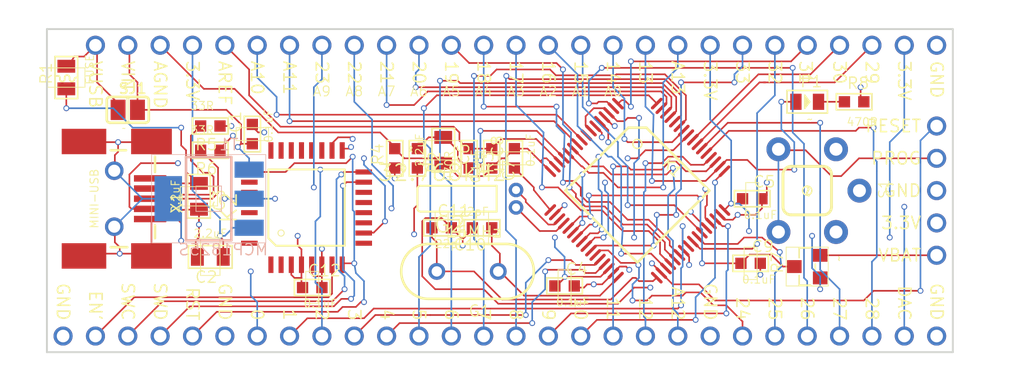
<source format=kicad_pcb>
(kicad_pcb (version 4) (host pcbnew 4.0.1-stable)
  (layers (0 Top signal) (1 GND power) (2 PWR power hide) (31 Bottom signal) (34 B.Paste user) (35 F.Paste user) (36 B.SilkS user) (37 F.SilkS user) (38 B.Mask user) (39 F.Mask user) (44 Edge.Cuts user))
  (net 0 "")
  (net 1 GND)
  (net 2 /N$61)
  (net 3 /N$69)
  (net 4 /N$18)
  (net 5 /N$15)
  (net 6 /N$53)
  (net 7 /N$13)
  (net 8 /N$11)
  (net 9 /N$68)
  (net 10 /N$5)
  (net 11 /N$6)
  (net 12 /N$8)
  (net 13 /N$7)
  (net 14 /N$48)
  (net 15 /N$59)
  (net 16 /N$10)
  (net 17 /N$14)
  (net 18 "Net-(K1-Pad8)")
  (net 19 /N$65)
  (net 20 /N$64)
  (net 21 /N$55)
  (net 22 /N$45)
  (net 23 /N$54)
  (net 24 /N$2)
  (net 25 /N$19)
  (net 26 /N$3)
  (net 27 /N$70)
  (net 28 /N$46)
  (net 29 /N$57)
  (net 30 /N$41)
  (net 31 /N$40)
  (net 32 /N$12)
  (net 33 /N$28)
  (net 34 /N$27)
  (net 35 /N$25)
  (net 36 /N$26)
  (net 37 /N$44)
  (net 38 /N$43)
  (net 39 /N$47)
  (net 40 /N$58)
  (net 41 /N$29)
  (net 42 /N$22)
  (net 43 /N$21)
  (net 44 /N$35)
  (net 45 /N$34)
  (net 46 /N$31)
  (net 47 /N$33)
  (net 48 /N$32)
  (net 49 /N$51)
  (net 50 /N$60)
  (net 51 /N$50)
  (net 52 /N$49)
  (net 53 /N$42)
  (net 54 /N$30)
  (net 55 /N$37)
  (net 56 /N$36)
  (net 57 /N$38)
  (net 58 /N$24)
  (net 59 /N$23)
  (net 60 /N$39)
  (net 61 /N$1)
  (net 62 "Net-(K2-Pad9)")
  (net 63 /N$9)
  (net 64 "Net-(K2-Pad23)")
  (net 65 "Net-(K2-Pad24)")
  (net 66 "Net-(K2-Pad30)")
  (net 67 "Net-(K2-Pad31)")
  (net 68 "Net-(K2-Pad32)")
  (net 69 /N$52)
  (net 70 /N$67)
  (net 71 /N$17)
  (net 72 /N$16)
  (net 73 /N$63)
  (module "T32 ref:C0603" (layer Top) (at 129.0701 100.5586 180)
    (fp_text reference C1 (at 1.3335 0.9525 450) (layer F.SilkS) (effects (font (size 0.889 0.889) (thickness 0.1016))))
    (fp_text value 0.1uF (at -1.27 0.635 450) (layer F.SilkS) (effects (font (size 0.635 0.635) (thickness 0.0762))))
    (pad 1 smd rect (at 0 -0.75946 90) (size 0.889 0.889) (layers Top F.Paste F.Mask) (net 2 /N$61))
    (pad 2 smd rect (at 0 0.762 90) (size 0.889 0.889) (layers Top F.Paste F.Mask) (net 1 GND))
  )
  (module "T32 ref:C0805" (layer Top) (at 125.7681 110.2106 270)
    (fp_text reference C2 (at 1.5875 0.3175 540) (layer F.SilkS) (effects (font (size 0.889 0.889) (thickness 0.1016))))
    (fp_text value 2.2uF (at -1.8415 0 540) (layer F.SilkS) (effects (font (size 0.635 0.635) (thickness 0.0762))))
    (pad 1 smd rect (at 0 -1.01346 180) (size 1.016 1.397) (layers Top F.Paste F.Mask) (net 3 /N$69))
    (pad 2 smd rect (at 0 1.016 180) (size 1.016 1.397) (layers Top F.Paste F.Mask) (net 1 GND))
  )
  (module "T32 ref:C0805" (layer Top) (at 124.8791 105.4481)
    (fp_text reference C3 (at 1.5875 0.3175 270) (layer F.SilkS) (effects (font (size 0.889 0.889) (thickness 0.1016))))
    (fp_text value 2.2uF (at -1.8415 0 270) (layer F.SilkS) (effects (font (size 0.635 0.635) (thickness 0.0762))))
    (pad 1 smd rect (at 0 -1.01346 270) (size 1.016 1.397) (layers Top F.Paste F.Mask) (net 4 /N$18))
    (pad 2 smd rect (at 0 1.016 270) (size 1.016 1.397) (layers Top F.Paste F.Mask) (net 1 GND))
  )
  (module "T32 ref:C0603" (layer Top) (at 153.5811 112.4966 90)
    (fp_text reference C4 (at 1.3335 0.9525 360) (layer F.SilkS) (effects (font (size 0.889 0.889) (thickness 0.1016))))
    (fp_text value 0.1uF (at -1.27 0.635 360) (layer F.SilkS) (effects (font (size 0.635 0.635) (thickness 0.0762))))
    (pad 1 smd rect (at 0 -0.75946) (size 0.889 0.889) (layers Top F.Paste F.Mask) (net 3 /N$69))
    (pad 2 smd rect (at 0 0.762) (size 0.889 0.889) (layers Top F.Paste F.Mask) (net 1 GND))
  )
  (module "T32 ref:C0603" (layer Top) (at 168.3131 105.6386 90)
    (fp_text reference C5 (at 1.3335 0.9525 360) (layer F.SilkS) (effects (font (size 0.889 0.889) (thickness 0.1016))))
    (fp_text value 0.1uF (at -1.27 0.635 360) (layer F.SilkS) (effects (font (size 0.635 0.635) (thickness 0.0762))))
    (pad 1 smd rect (at 0 -0.75946) (size 0.889 0.889) (layers Top F.Paste F.Mask) (net 3 /N$69))
    (pad 2 smd rect (at 0 0.762) (size 0.889 0.889) (layers Top F.Paste F.Mask) (net 1 GND))
  )
  (module "T32 ref:C0805" (layer Top) (at 144.0561 101.8286)
    (fp_text reference C6 (at 1.5875 0.3175 270) (layer F.SilkS) (effects (font (size 0.889 0.889) (thickness 0.1016))))
    (fp_text value 2.2uF (at -1.8415 0 270) (layer F.SilkS) (effects (font (size 0.635 0.635) (thickness 0.0762))))
    (pad 1 smd rect (at 0 -1.01346 270) (size 1.016 1.397) (layers Top F.Paste F.Mask) (net 5 /N$15))
    (pad 2 smd rect (at 0 1.016 270) (size 1.016 1.397) (layers Top F.Paste F.Mask) (net 6 /N$53))
  )
  (module "T32 ref:C0603" (layer Top) (at 147.8661 102.4636)
    (fp_text reference C7 (at 1.3335 0.9525 270) (layer F.SilkS) (effects (font (size 0.889 0.889) (thickness 0.1016))))
    (fp_text value 0.1uF (at -1.27 0.635 270) (layer F.SilkS) (effects (font (size 0.635 0.635) (thickness 0.0762))))
    (pad 1 smd rect (at 0 -0.75946 270) (size 0.889 0.889) (layers Top F.Paste F.Mask) (net 7 /N$13))
    (pad 2 smd rect (at 0 0.762 270) (size 0.889 0.889) (layers Top F.Paste F.Mask) (net 6 /N$53))
  )
  (module "T32 ref:C0603" (layer Top) (at 149.6441 102.4636 180)
    (fp_text reference C8 (at 1.3335 0.9525 450) (layer F.SilkS) (effects (font (size 0.889 0.889) (thickness 0.1016))))
    (fp_text value 0.1uF (at -1.27 0.635 450) (layer F.SilkS) (effects (font (size 0.635 0.635) (thickness 0.0762))))
    (pad 1 smd rect (at 0 -0.75946 90) (size 0.889 0.889) (layers Top F.Paste F.Mask) (net 8 /N$11))
    (pad 2 smd rect (at 0 0.762 90) (size 0.889 0.889) (layers Top F.Paste F.Mask) (net 6 /N$53))
  )
  (module "T32 ref:C0603" (layer Top) (at 168.1861 110.7186 90)
    (fp_text reference C9 (at 1.3335 0.9525 360) (layer F.SilkS) (effects (font (size 0.889 0.889) (thickness 0.1016))))
    (fp_text value 0.1uF (at -1.27 0.635 360) (layer F.SilkS) (effects (font (size 0.635 0.635) (thickness 0.0762))))
    (pad 1 smd rect (at 0 -0.75946) (size 0.889 0.889) (layers Top F.Paste F.Mask) (net 9 /N$68))
    (pad 2 smd rect (at 0 0.762) (size 0.889 0.889) (layers Top F.Paste F.Mask) (net 1 GND))
  )
  (module "T32 ref:C0603" (layer Top) (at 147.1041 107.9246 270)
    (fp_text reference C10 (at 1.3335 0.9525 540) (layer F.SilkS) (effects (font (size 0.889 0.889) (thickness 0.1016))))
    (fp_text value 22pF (at -1.27 0.635 540) (layer F.SilkS) (effects (font (size 0.635 0.635) (thickness 0.0762))))
    (pad 1 smd rect (at 0 -0.75946 180) (size 0.889 0.889) (layers Top F.Paste F.Mask) (net 10 /N$5))
    (pad 2 smd rect (at 0 0.762 180) (size 0.889 0.889) (layers Top F.Paste F.Mask) (net 1 GND))
  )
  (module "T32 ref:C0603" (layer Top) (at 143.9291 107.9246 90)
    (fp_text reference C11 (at 1.3335 0.9525 360) (layer F.SilkS) (effects (font (size 0.889 0.889) (thickness 0.1016))))
    (fp_text value 22pF (at -1.27 0.635 360) (layer F.SilkS) (effects (font (size 0.635 0.635) (thickness 0.0762))))
    (pad 1 smd rect (at 0 -0.75946) (size 0.889 0.889) (layers Top F.Paste F.Mask) (net 11 /N$6))
    (pad 2 smd rect (at 0 0.762) (size 0.889 0.889) (layers Top F.Paste F.Mask) (net 1 GND))
  )
  (module "T32 ref:C0603" (layer Top) (at 133.7691 112.6236 90)
    (fp_text reference C12 (at 1.3335 0.9525 360) (layer F.SilkS) (effects (font (size 0.889 0.889) (thickness 0.1016))))
    (fp_text value 0.1uF (at -1.27 0.635 360) (layer F.SilkS) (effects (font (size 0.635 0.635) (thickness 0.0762))))
    (pad 1 smd rect (at 0 -0.75946) (size 0.889 0.889) (layers Top F.Paste F.Mask) (net 3 /N$69))
    (pad 2 smd rect (at 0 0.762) (size 0.889 0.889) (layers Top F.Paste F.Mask) (net 1 GND))
  )
  (module "T32 ref:HC49US" (layer Top) (at 145.9611 111.3536 180)
    (fp_text reference G1 (at -0.9525 -3.1115 180) (layer F.SilkS) (effects (font (size 0.889 0.889) (thickness 0.1016))))
    (fp_text value 16MHz (at -0.508 3.1115 180) (layer F.SilkS) (effects (font (size 0.889 0.889) (thickness 0.1016))))
    (pad 1 thru_hole circle (at -2.413 0 180) (size 1.3208 1.3208) (drill 0.8128) (layers *.Cu *.Paste *.Mask) (net 10 /N$5))
    (pad 2 thru_hole circle (at 2.413 0 180) (size 1.3208 1.3208) (drill 0.8128) (layers *.Cu *.Paste *.Mask) (net 11 /N$6))
  )
  (module "T32 ref:TC26H" (layer Top) (at 149.7711 105.6386 90)
    (fp_text reference G2 (at -2.032 -5.207 180) (layer F.SilkS) (effects (font (size 1.27 1.27) (thickness 0.127))))
    (fp_text value 32.768kHz (at 2.032 -5.842 180) (layer F.SilkS) (effects (font (size 1.27 1.27) (thickness 0.127))))
    (pad 1 thru_hole circle (at -0.6858 0 90) (size 1.143 1.143) (drill 0.635) (layers *.Cu *.Paste *.Mask) (net 12 /N$8))
    (pad 2 thru_hole circle (at 0.6858 0 90) (size 1.143 1.143) (drill 0.635) (layers *.Cu *.Paste *.Mask) (net 13 /N$7))
  )
  (module "T32 ref:LQFP64-05" (layer Top) (at 159.2961 105.0036 315)
    (fp_text reference K1 (at 0.64516 -3.21564 315) (layer F.SilkS) (effects (font (size 0.8128 0.8128) (thickness 0.127))))
    (fp_text value MK20DX256VLH7 hide)
    (pad 1 smd oval (at -5.91312 -3.75666 225) (size 0.24892 1.19888) (layers Top F.Paste F.Mask) (net 14 /N$48))
    (pad 2 smd oval (at -5.91312 -3.24866 225) (size 0.24892 1.19888) (layers Top F.Paste F.Mask) (net 15 /N$59))
    (pad 3 smd oval (at -5.91312 -2.74066 225) (size 0.24892 1.19888) (layers Top F.Paste F.Mask) (net 3 /N$69))
    (pad 4 smd oval (at -5.91312 -2.25806 225) (size 0.24892 1.19888) (layers Top F.Paste F.Mask) (net 1 GND))
    (pad 5 smd oval (at -5.91312 -1.75006 225) (size 0.24892 1.19888) (layers Top F.Paste F.Mask) (net 16 /N$10))
    (pad 6 smd oval (at -5.91312 -1.24206 225) (size 0.24892 1.19888) (layers Top F.Paste F.Mask) (net 17 /N$14))
    (pad 7 smd oval (at -5.91312 -0.75946 225) (size 0.24892 1.19888) (layers Top F.Paste F.Mask) (net 3 /N$69))
    (pad 8 smd oval (at -5.91312 -0.25146 225) (size 0.24892 1.19888) (layers Top F.Paste F.Mask) (net 18 "Net-(K1-Pad8)"))
    (pad 9 smd oval (at -5.91312 0.254 225) (size 0.24892 1.19888) (layers Top F.Paste F.Mask) (net 19 /N$65))
    (pad 10 smd oval (at -5.91312 0.762 225) (size 0.24892 1.19888) (layers Top F.Paste F.Mask) (net 20 /N$64))
    (pad 11 smd oval (at -5.91312 1.2446 225) (size 0.24892 1.19888) (layers Top F.Paste F.Mask) (net 21 /N$55))
    (pad 12 smd oval (at -5.91312 1.7526 225) (size 0.24892 1.19888) (layers Top F.Paste F.Mask) (net 22 /N$45))
    (pad 13 smd oval (at -5.91312 2.2606 225) (size 0.24892 1.19888) (layers Top F.Paste F.Mask) (net 5 /N$15))
    (pad 14 smd oval (at -5.91312 2.7432 225) (size 0.24892 1.19888) (layers Top F.Paste F.Mask) (net 7 /N$13))
    (pad 15 smd oval (at -5.91312 3.2512 225) (size 0.24892 1.19888) (layers Top F.Paste F.Mask) (net 6 /N$53))
    (pad 16 smd oval (at -5.91312 3.7592 225) (size 0.24892 1.19888) (layers Top F.Paste F.Mask) (net 6 /N$53))
    (pad 17 smd oval (at -3.7592 5.91312 135) (size 0.24892 1.19888) (layers Top F.Paste F.Mask) (net 8 /N$11))
    (pad 18 smd oval (at -3.2512 5.91312 135) (size 0.24892 1.19888) (layers Top F.Paste F.Mask) (net 23 /N$54))
    (pad 19 smd oval (at -2.7432 5.91312 135) (size 0.24892 1.19888) (layers Top F.Paste F.Mask) (net 13 /N$7))
    (pad 20 smd oval (at -2.2606 5.91312 135) (size 0.24892 1.19888) (layers Top F.Paste F.Mask) (net 12 /N$8))
    (pad 21 smd oval (at -1.7526 5.91312 135) (size 0.24892 1.19888) (layers Top F.Paste F.Mask) (net 9 /N$68))
    (pad 22 smd oval (at -1.2446 5.91312 135) (size 0.24892 1.19888) (layers Top F.Paste F.Mask) (net 24 /N$2))
    (pad 23 smd oval (at -0.762 5.91312 135) (size 0.24892 1.19888) (layers Top F.Paste F.Mask) (net 25 /N$19))
    (pad 24 smd oval (at -0.254 5.91312 135) (size 0.24892 1.19888) (layers Top F.Paste F.Mask) (net 26 /N$3))
    (pad 25 smd oval (at 0.25146 5.91312 135) (size 0.24892 1.19888) (layers Top F.Paste F.Mask) (net 27 /N$70))
    (pad 26 smd oval (at 0.75946 5.91312 135) (size 0.24892 1.19888) (layers Top F.Paste F.Mask) (net 28 /N$46))
    (pad 27 smd oval (at 1.24206 5.91312 135) (size 0.24892 1.19888) (layers Top F.Paste F.Mask) (net 29 /N$57))
    (pad 28 smd oval (at 1.75006 5.91312 135) (size 0.24892 1.19888) (layers Top F.Paste F.Mask) (net 30 /N$41))
    (pad 29 smd oval (at 2.25806 5.91312 135) (size 0.24892 1.19888) (layers Top F.Paste F.Mask) (net 31 /N$40))
    (pad 30 smd oval (at 2.74066 5.91312 135) (size 0.24892 1.19888) (layers Top F.Paste F.Mask) (net 3 /N$69))
    (pad 31 smd oval (at 3.24866 5.91312 135) (size 0.24892 1.19888) (layers Top F.Paste F.Mask) (net 1 GND))
    (pad 32 smd oval (at 3.75666 5.91312 135) (size 0.24892 1.19888) (layers Top F.Paste F.Mask) (net 10 /N$5))
    (pad 33 smd oval (at 5.91312 3.7592 225) (size 0.24892 1.19888) (layers Top F.Paste F.Mask) (net 11 /N$6))
    (pad 34 smd oval (at 5.91312 3.2512 225) (size 0.24892 1.19888) (layers Top F.Paste F.Mask) (net 32 /N$12))
    (pad 35 smd oval (at 5.91312 2.7432 225) (size 0.24892 1.19888) (layers Top F.Paste F.Mask) (net 33 /N$28))
    (pad 36 smd oval (at 5.91312 2.2606 225) (size 0.24892 1.19888) (layers Top F.Paste F.Mask) (net 34 /N$27))
    (pad 37 smd oval (at 5.91312 1.7526 225) (size 0.24892 1.19888) (layers Top F.Paste F.Mask) (net 35 /N$25))
    (pad 38 smd oval (at 5.91312 1.2446 225) (size 0.24892 1.19888) (layers Top F.Paste F.Mask) (net 36 /N$26))
    (pad 39 smd oval (at 5.91312 0.762 225) (size 0.24892 1.19888) (layers Top F.Paste F.Mask) (net 37 /N$44))
    (pad 40 smd oval (at 5.91312 0.254 225) (size 0.24892 1.19888) (layers Top F.Paste F.Mask) (net 38 /N$43))
    (pad 41 smd oval (at 5.91312 -0.25146 225) (size 0.24892 1.19888) (layers Top F.Paste F.Mask) (net 39 /N$47))
    (pad 42 smd oval (at 5.91312 -0.75946 225) (size 0.24892 1.19888) (layers Top F.Paste F.Mask) (net 40 /N$58))
    (pad 43 smd oval (at 5.91312 -1.24206 225) (size 0.24892 1.19888) (layers Top F.Paste F.Mask) (net 41 /N$29))
    (pad 44 smd oval (at 5.91312 -1.75006 225) (size 0.24892 1.19888) (layers Top F.Paste F.Mask) (net 42 /N$22))
    (pad 45 smd oval (at 5.91312 -2.25806 225) (size 0.24892 1.19888) (layers Top F.Paste F.Mask) (net 43 /N$21))
    (pad 46 smd oval (at 5.91312 -2.74066 225) (size 0.24892 1.19888) (layers Top F.Paste F.Mask) (net 44 /N$35))
    (pad 47 smd oval (at 5.91312 -3.24866 225) (size 0.24892 1.19888) (layers Top F.Paste F.Mask) (net 1 GND))
    (pad 48 smd oval (at 5.91312 -3.75666 225) (size 0.24892 1.19888) (layers Top F.Paste F.Mask) (net 3 /N$69))
    (pad 49 smd oval (at 3.75666 -5.91312 135) (size 0.24892 1.19888) (layers Top F.Paste F.Mask) (net 45 /N$34))
    (pad 50 smd oval (at 3.24866 -5.91312 135) (size 0.24892 1.19888) (layers Top F.Paste F.Mask) (net 46 /N$31))
    (pad 51 smd oval (at 2.74066 -5.91312 135) (size 0.24892 1.19888) (layers Top F.Paste F.Mask) (net 47 /N$33))
    (pad 52 smd oval (at 2.25806 -5.91312 135) (size 0.24892 1.19888) (layers Top F.Paste F.Mask) (net 48 /N$32))
    (pad 53 smd oval (at 1.75006 -5.91312 135) (size 0.24892 1.19888) (layers Top F.Paste F.Mask) (net 49 /N$51))
    (pad 54 smd oval (at 1.24206 -5.91312 135) (size 0.24892 1.19888) (layers Top F.Paste F.Mask) (net 50 /N$60))
    (pad 55 smd oval (at 0.75946 -5.91312 135) (size 0.24892 1.19888) (layers Top F.Paste F.Mask) (net 51 /N$50))
    (pad 56 smd oval (at 0.25146 -5.91312 135) (size 0.24892 1.19888) (layers Top F.Paste F.Mask) (net 52 /N$49))
    (pad 57 smd oval (at -0.254 -5.91312 135) (size 0.24892 1.19888) (layers Top F.Paste F.Mask) (net 53 /N$42))
    (pad 58 smd oval (at -0.762 -5.91312 135) (size 0.24892 1.19888) (layers Top F.Paste F.Mask) (net 54 /N$30))
    (pad 59 smd oval (at -1.2446 -5.91312 135) (size 0.24892 1.19888) (layers Top F.Paste F.Mask) (net 55 /N$37))
    (pad 60 smd oval (at -1.7526 -5.91312 135) (size 0.24892 1.19888) (layers Top F.Paste F.Mask) (net 56 /N$36))
    (pad 61 smd oval (at -2.2606 -5.91312 135) (size 0.24892 1.19888) (layers Top F.Paste F.Mask) (net 57 /N$38))
    (pad 62 smd oval (at -2.7432 -5.91312 135) (size 0.24892 1.19888) (layers Top F.Paste F.Mask) (net 58 /N$24))
    (pad 63 smd oval (at -3.2512 -5.91312 135) (size 0.24892 1.19888) (layers Top F.Paste F.Mask) (net 59 /N$23))
    (pad 64 smd oval (at -3.7592 -5.91312 135) (size 0.24892 1.19888) (layers Top F.Paste F.Mask) (net 60 /N$39))
  )
  (module "T32 ref:LQFP32-08" (layer Top) (at 133.3246 106.3371 90)
    (fp_text reference K2 (at 0 -6.11378 90) (layer F.SilkS) (effects (font (size 1.27 1.27) (thickness 0.127))))
    (fp_text value MKL04Z32VLC4 hide)
    (pad 1 smd rect (at -4.49072 -2.79908 180) (size 0.39878 1.29794) (layers Top F.Paste F.Mask))
    (pad 2 smd rect (at -4.49072 -1.99898 180) (size 0.39878 1.29794) (layers Top F.Paste F.Mask))
    (pad 3 smd rect (at -4.49072 -1.19888 180) (size 0.39878 1.29794) (layers Top F.Paste F.Mask) (net 3 /N$69))
    (pad 4 smd rect (at -4.49072 -0.39878 180) (size 0.39878 1.29794) (layers Top F.Paste F.Mask) (net 3 /N$69))
    (pad 5 smd rect (at -4.49072 0.39878 180) (size 0.39878 1.29794) (layers Top F.Paste F.Mask) (net 1 GND))
    (pad 6 smd rect (at -4.49072 1.19888 180) (size 0.39878 1.29794) (layers Top F.Paste F.Mask) (net 1 GND))
    (pad 7 smd rect (at -4.49072 1.99898 180) (size 0.39878 1.29794) (layers Top F.Paste F.Mask) (net 61 /N$1))
    (pad 8 smd rect (at -4.49072 2.79908 180) (size 0.39878 1.29794) (layers Top F.Paste F.Mask) (net 32 /N$12))
    (pad 9 smd rect (at -2.79908 4.49072 90) (size 0.39878 1.29794) (layers Top F.Paste F.Mask) (net 62 "Net-(K2-Pad9)"))
    (pad 10 smd rect (at -1.99898 4.49072 90) (size 0.39878 1.29794) (layers Top F.Paste F.Mask) (net 25 /N$19))
    (pad 11 smd rect (at -1.19888 4.49072 90) (size 0.39878 1.29794) (layers Top F.Paste F.Mask))
    (pad 12 smd rect (at -0.39878 4.49072 90) (size 0.39878 1.29794) (layers Top F.Paste F.Mask))
    (pad 13 smd rect (at 0.39878 4.49072 90) (size 0.39878 1.29794) (layers Top F.Paste F.Mask))
    (pad 14 smd rect (at 1.19888 4.49072 90) (size 0.39878 1.29794) (layers Top F.Paste F.Mask))
    (pad 15 smd rect (at 1.99898 4.49072 90) (size 0.39878 1.29794) (layers Top F.Paste F.Mask) (net 27 /N$70))
    (pad 16 smd rect (at 2.79908 4.49072 90) (size 0.39878 1.29794) (layers Top F.Paste F.Mask) (net 24 /N$2))
    (pad 17 smd rect (at 4.49072 2.79908 180) (size 0.39878 1.29794) (layers Top F.Paste F.Mask) (net 26 /N$3))
    (pad 18 smd rect (at 4.49072 1.99898 180) (size 0.39878 1.29794) (layers Top F.Paste F.Mask) (net 63 /N$9))
    (pad 19 smd rect (at 4.49072 1.19888 180) (size 0.39878 1.29794) (layers Top F.Paste F.Mask))
    (pad 20 smd rect (at 4.49072 0.39878 180) (size 0.39878 1.29794) (layers Top F.Paste F.Mask))
    (pad 21 smd rect (at 4.49072 -0.39878 180) (size 0.39878 1.29794) (layers Top F.Paste F.Mask))
    (pad 22 smd rect (at 4.49072 -1.19888 180) (size 0.39878 1.29794) (layers Top F.Paste F.Mask))
    (pad 23 smd rect (at 4.49072 -1.99898 180) (size 0.39878 1.29794) (layers Top F.Paste F.Mask) (net 64 "Net-(K2-Pad23)"))
    (pad 24 smd rect (at 4.49072 -2.79908 180) (size 0.39878 1.29794) (layers Top F.Paste F.Mask) (net 65 "Net-(K2-Pad24)"))
    (pad 25 smd rect (at 2.79908 -4.49072 90) (size 0.39878 1.29794) (layers Top F.Paste F.Mask) (net 32 /N$12))
    (pad 26 smd rect (at 1.99898 -4.49072 90) (size 0.39878 1.29794) (layers Top F.Paste F.Mask))
    (pad 27 smd rect (at 1.19888 -4.49072 90) (size 0.39878 1.29794) (layers Top F.Paste F.Mask))
    (pad 28 smd rect (at 0.39878 -4.49072 90) (size 0.39878 1.29794) (layers Top F.Paste F.Mask))
    (pad 29 smd rect (at -0.39878 -4.49072 90) (size 0.39878 1.29794) (layers Top F.Paste F.Mask))
    (pad 30 smd rect (at -1.19888 -4.49072 90) (size 0.39878 1.29794) (layers Top F.Paste F.Mask) (net 66 "Net-(K2-Pad30)"))
    (pad 31 smd rect (at -1.99898 -4.49072 90) (size 0.39878 1.29794) (layers Top F.Paste F.Mask) (net 67 "Net-(K2-Pad31)"))
    (pad 32 smd rect (at -2.79908 -4.49072 90) (size 0.39878 1.29794) (layers Top F.Paste F.Mask) (net 68 "Net-(K2-Pad32)"))
  )
  (module "T32 ref:LED-0805" (layer Top) (at 172.6311 98.0186)
    (fp_text reference P1 (at 0.3175 -1.5875) (layer F.SilkS) (effects (font (size 0.889 0.889) (thickness 0.1016))))
    (fp_text value ~ (at 0.20574 1.36906) (layer F.SilkS) (effects (font (size 0.635 0.635) (thickness 0.0762))))
    (pad + smd rect (at -0.889 0) (size 0.889 1.27) (layers Top F.Paste F.Mask) (net 46 /N$31))
    (pad - smd rect (at 0.88646 0) (size 0.889 1.27) (layers Top F.Paste F.Mask) (net 69 /N$52))
  )
  (module "T32 ref:F0805" (layer Top) (at 114.4651 96.1136 180)
    (fp_text reference R1 (at 1.5875 0.3175 450) (layer F.SilkS) (effects (font (size 0.889 0.889) (thickness 0.1016))))
    (fp_text value FUSE (at -1.8415 0.635 450) (layer F.SilkS) (effects (font (size 0.635 0.635) (thickness 0.0762))))
    (pad 1 smd rect (at 0 -0.88646 90) (size 1.016 1.397) (layers Top F.Paste F.Mask) (net 4 /N$18))
    (pad 2 smd rect (at 0 0.889 90) (size 1.016 1.397) (layers Top F.Paste F.Mask) (net 70 /N$67))
  )
  (module "T32 ref:L0603" (layer Top) (at 142.0241 102.4636 270)
    (fp_text reference R2 (at 0.3175 -1.3335 270) (layer F.SilkS) (effects (font (size 0.889 0.889) (thickness 0.1016))))
    (fp_text value ~ (at 0.762 1.27 270) (layer F.SilkS) (effects (font (size 0.889 0.889) (thickness 0.1016))))
    (pad 1 smd rect (at -0.762 0 270) (size 0.889 0.889) (layers Top F.Paste F.Mask) (net 5 /N$15))
    (pad 2 smd rect (at 0.75946 0 270) (size 0.889 0.889) (layers Top F.Paste F.Mask) (net 3 /N$69))
  )
  (module "T32 ref:R0603" (layer Top) (at 146.0881 102.4636 180)
    (fp_text reference R3 (at -1.4605 -0.3175 270) (layer F.SilkS) (effects (font (size 0.889 0.889) (thickness 0.1016))))
    (fp_text value 470R (at 1.5875 -0.635 270) (layer F.SilkS) (effects (font (size 0.635 0.635) (thickness 0.0762))))
    (pad 1 smd rect (at 0 -0.75946 90) (size 0.889 0.889) (layers Top F.Paste F.Mask) (net 5 /N$15))
    (pad 2 smd rect (at 0 0.762 90) (size 0.889 0.889) (layers Top F.Paste F.Mask) (net 7 /N$13))
  )
  (module "T32 ref:L0603" (layer Top) (at 140.2461 102.4636 90)
    (fp_text reference R4 (at 0.3175 -1.3335 90) (layer F.SilkS) (effects (font (size 0.889 0.889) (thickness 0.1016))))
    (fp_text value ~ (at 0.762 1.27 90) (layer F.SilkS) (effects (font (size 0.889 0.889) (thickness 0.1016))))
    (pad 1 smd rect (at -0.762 0 90) (size 0.889 0.889) (layers Top F.Paste F.Mask) (net 1 GND))
    (pad 2 smd rect (at 0.75946 0 90) (size 0.889 0.889) (layers Top F.Paste F.Mask) (net 6 /N$53))
  )
  (module "T32 ref:R0603" (layer Top) (at 125.7681 99.9236 90)
    (fp_text reference R5 (at -1.4605 -0.3175 180) (layer F.SilkS) (effects (font (size 0.889 0.889) (thickness 0.1016))))
    (fp_text value 33R (at 1.5875 -0.635 180) (layer F.SilkS) (effects (font (size 0.635 0.635) (thickness 0.0762))))
    (pad 1 smd rect (at 0 -0.75946) (size 0.889 0.889) (layers Top F.Paste F.Mask) (net 71 /N$17))
    (pad 2 smd rect (at 0 0.762) (size 0.889 0.889) (layers Top F.Paste F.Mask) (net 17 /N$14))
  )
  (module "T32 ref:R0603" (layer Top) (at 125.7681 101.8286 90)
    (fp_text reference R6 (at -1.4605 -0.3175 180) (layer F.SilkS) (effects (font (size 0.889 0.889) (thickness 0.1016))))
    (fp_text value 33R (at 1.5875 -0.635 180) (layer F.SilkS) (effects (font (size 0.635 0.635) (thickness 0.0762))))
    (pad 1 smd rect (at 0 -0.75946) (size 0.889 0.889) (layers Top F.Paste F.Mask) (net 72 /N$16))
    (pad 2 smd rect (at 0 0.762) (size 0.889 0.889) (layers Top F.Paste F.Mask) (net 16 /N$10))
  )
  (module "T32 ref:R0603" (layer Top) (at 176.3141 98.0186 270)
    (fp_text reference R8 (at -1.4605 -0.3175 360) (layer F.SilkS) (effects (font (size 0.889 0.889) (thickness 0.1016))))
    (fp_text value 470R (at 1.5875 -0.635 360) (layer F.SilkS) (effects (font (size 0.635 0.635) (thickness 0.0762))))
    (pad 1 smd rect (at 0 -0.75946 180) (size 0.889 0.889) (layers Top F.Paste F.Mask) (net 1 GND))
    (pad 2 smd rect (at 0 0.762 180) (size 0.889 0.889) (layers Top F.Paste F.Mask) (net 69 /N$52))
  )
  (module "T32 ref:ALPS_SKHH" (layer Top) (at 172.6311 105.0036 90)
    (fp_text reference S1 (at 0.127 6.03758 90) (layer F.SilkS) (effects (font (size 0.8128 0.8128) (thickness 0.0762))))
    (fp_text value ~ (at 0 0 90) (layer F.SilkS))
    (pad 1 thru_hole circle (at -3.2512 -2.2606 90) (size 1.8796 1.8796) (drill 1.016) (layers *.Cu *.Paste *.Mask) (net 63 /N$9))
    (pad 2 thru_hole circle (at 3.2512 -2.2606 90) (size 1.8796 1.8796) (drill 1.016) (layers *.Cu *.Paste *.Mask) (net 63 /N$9))
    (pad 3 thru_hole circle (at -3.2512 2.2606 90) (size 1.8796 1.8796) (drill 1.016) (layers *.Cu *.Paste *.Mask) (net 1 GND))
    (pad 4 thru_hole circle (at 3.2512 2.2606 90) (size 1.8796 1.8796) (drill 1.016) (layers *.Cu *.Paste *.Mask) (net 1 GND))
    (pad 5 thru_hole circle (at 0 4.09956 90) (size 1.8796 1.8796) (drill 1.016) (layers *.Cu *.Paste *.Mask))
  )
  (module "T32 ref:SOLDERJUMPER" (layer Top) (at 119.2911 98.6536)
    (fp_text reference SJ1 (at 0.381 -1.6764) (layer F.SilkS) (effects (font (size 0.8128 0.8128) (thickness 0.1524))))
    (fp_text value ~ (at -0.3048 1.4478) (layer F.SilkS) (effects (font (size 0.4064 0.4064) (thickness 0.0508))))
    (pad 1 smd rect (at -0.762 0) (size 1.1684 1.6002) (layers Top F.Paste F.Mask) (net 70 /N$67))
    (pad 2 smd rect (at 0.75946 0) (size 1.1684 1.6002) (layers Top F.Paste F.Mask) (net 2 /N$61))
  )
  (module "T32 ref:MOLEX_SD-67503-010" (layer Top) (at 118.2271 105.6386)
    (fp_text reference X1 (at 4.91236 0.3175 270) (layer F.SilkS) (effects (font (size 0.889 0.889) (thickness 0.1016))))
    (fp_text value MINI-USB (at -1.5621 0 270) (layer F.SilkS) (effects (font (size 0.635 0.635) (thickness 0.0762))))
    (pad 1 smd rect (at 2.81686 -1.59766) (size 2.54 0.508) (layers Top F.Paste F.Mask) (net 4 /N$18))
    (pad 2 smd rect (at 2.81686 -0.79756) (size 2.54 0.508) (layers Top F.Paste F.Mask) (net 71 /N$17))
    (pad 3 smd rect (at 2.81686 0) (size 2.54 0.508) (layers Top F.Paste F.Mask) (net 72 /N$16))
    (pad 4 smd rect (at 2.81686 0.79756) (size 2.54 0.508) (layers Top F.Paste F.Mask) (net 25 /N$19))
    (pad 5 smd rect (at 2.81686 1.59766) (size 2.54 0.508) (layers Top F.Paste F.Mask) (net 1 GND))
    (pad P$1 smd rect (at -2.3749 4.49834) (size 3.49758 1.99898) (layers Top F.Paste F.Mask) (net 1 GND))
    (pad P$2 smd rect (at -2.3749 -4.49834) (size 3.49758 1.99898) (layers Top F.Paste F.Mask) (net 1 GND))
    (pad P$3 smd rect (at 2.92354 4.49834) (size 3.19786 1.99898) (layers Top F.Paste F.Mask) (net 1 GND))
    (pad P$4 smd rect (at 2.92354 -4.49834) (size 3.19786 1.99898) (layers Top F.Paste F.Mask) (net 1 GND))
    (pad P$5 thru_hole circle (at 0 -2.19964) (size 1.45796 1.45796) (drill 0.94996) (layers *.Cu *.Paste *.Mask) (net 1 GND))
    (pad P$6 thru_hole circle (at 0 2.19964) (size 1.45796 1.45796) (drill 0.94996) (layers *.Cu *.Paste *.Mask) (net 1 GND))
  )
  (module "T32 ref:PTH_39MIL" (layer Top) (at 116.7511 93.5736)
    (fp_text reference SX1 hide)
    (fp_text value PIN hide)
    (pad 1 thru_hole circle (at 0 0) (size 1.4986 1.4986) (drill 0.9906) (layers *.Cu *.Paste *.Mask) (net 70 /N$67))
  )
  (module "T32 ref:PTH_39MIL" (layer Top) (at 119.2911 93.5736)
    (fp_text reference SX2 hide)
    (fp_text value PIN hide)
    (pad 1 thru_hole circle (at 0 0) (size 1.4986 1.4986) (drill 0.9906) (layers *.Cu *.Paste *.Mask) (net 2 /N$61))
  )
  (module "T32 ref:PTH_39MIL" (layer Top) (at 121.8311 93.5736)
    (fp_text reference SX3 hide)
    (fp_text value PIN hide)
    (pad 1 thru_hole circle (at 0 0) (size 1.4986 1.4986) (drill 0.9906) (layers *.Cu *.Paste *.Mask) (net 6 /N$53))
  )
  (module "T32 ref:PTH_39MIL" (layer Top) (at 124.3711 93.5736)
    (fp_text reference SX4 hide)
    (fp_text value PIN hide)
    (pad 1 thru_hole circle (at 0 0) (size 1.4986 1.4986) (drill 0.9906) (layers *.Cu *.Paste *.Mask) (net 3 /N$69))
  )
  (module "T32 ref:PTH_39MIL" (layer Top) (at 134.5311 93.5736)
    (fp_text reference SX5 hide)
    (fp_text value PIN hide)
    (pad 1 thru_hole circle (at 0 0) (size 1.4986 1.4986) (drill 0.9906) (layers *.Cu *.Paste *.Mask) (net 43 /N$21))
  )
  (module "T32 ref:SOT-23" (layer Top) (at 172.6311 110.9726 90)
    (fp_text reference R7 (at 0.3175 -2.3495 90) (layer F.SilkS) (effects (font (size 0.889 0.889) (thickness 0.1016))))
    (fp_text value ~ (at 0.635 2.4765 90) (layer F.SilkS) (effects (font (size 0.635 0.635) (thickness 0.0762))))
    (pad 1 smd rect (at -0.889 1.016 270) (size 1.016 1.143) (layers Top F.Paste F.Mask) (net 3 /N$69))
    (pad 2 smd rect (at 0.88646 1.016 90) (size 1.016 1.143) (layers Top F.Paste F.Mask) (net 73 /N$63))
    (pad 3 smd rect (at 0 -1.01346 90) (size 1.016 1.143) (layers Top F.Paste F.Mask) (net 9 /N$68))
  )
  (module "T32 ref:PTH_39MIL" (layer Top) (at 137.0711 93.5736)
    (fp_text reference SX6 hide)
    (fp_text value PIN hide)
    (pad 1 thru_hole circle (at 0 0) (size 1.4986 1.4986) (drill 0.9906) (layers *.Cu *.Paste *.Mask) (net 42 /N$22))
  )
  (module "T32 ref:PTH_39MIL" (layer Top) (at 139.6111 93.5736)
    (fp_text reference SX7 hide)
    (fp_text value PIN hide)
    (pad 1 thru_hole circle (at 0 0) (size 1.4986 1.4986) (drill 0.9906) (layers *.Cu *.Paste *.Mask) (net 59 /N$23))
  )
  (module "T32 ref:PTH_39MIL" (layer Top) (at 142.1511 93.5736)
    (fp_text reference SX8 hide)
    (fp_text value PIN hide)
    (pad 1 thru_hole circle (at 0 0) (size 1.4986 1.4986) (drill 0.9906) (layers *.Cu *.Paste *.Mask) (net 58 /N$24))
  )
  (module "T32 ref:PTH_39MIL" (layer Top) (at 144.6911 93.5736)
    (fp_text reference SX9 hide)
    (fp_text value PIN hide)
    (pad 1 thru_hole circle (at 0 0) (size 1.4986 1.4986) (drill 0.9906) (layers *.Cu *.Paste *.Mask) (net 35 /N$25))
  )
  (module "T32 ref:PTH_39MIL" (layer Top) (at 147.2311 93.5736)
    (fp_text reference SX10 hide)
    (fp_text value PIN hide)
    (pad 1 thru_hole circle (at 0 0) (size 1.4986 1.4986) (drill 0.9906) (layers *.Cu *.Paste *.Mask) (net 36 /N$26))
  )
  (module "T32 ref:PTH_39MIL" (layer Top) (at 149.7711 93.5736)
    (fp_text reference SX11 hide)
    (fp_text value PIN hide)
    (pad 1 thru_hole circle (at 0 0) (size 1.4986 1.4986) (drill 0.9906) (layers *.Cu *.Paste *.Mask) (net 34 /N$27))
  )
  (module "T32 ref:PTH_39MIL" (layer Top) (at 131.9911 93.5736)
    (fp_text reference SX12 hide)
    (fp_text value PIN hide)
    (pad 1 thru_hole circle (at 0 0) (size 1.4986 1.4986) (drill 0.9906) (layers *.Cu *.Paste *.Mask) (net 20 /N$64))
  )
  (module "T32 ref:PTH_39MIL" (layer Top) (at 152.3111 93.5736)
    (fp_text reference SX13 hide)
    (fp_text value PIN hide)
    (pad 1 thru_hole circle (at 0 0) (size 1.4986 1.4986) (drill 0.9906) (layers *.Cu *.Paste *.Mask) (net 33 /N$28))
  )
  (module "T32 ref:PTH_39MIL" (layer Top) (at 129.4511 93.5736)
    (fp_text reference SX14 hide)
    (fp_text value PIN hide)
    (pad 1 thru_hole circle (at 0 0) (size 1.4986 1.4986) (drill 0.9906) (layers *.Cu *.Paste *.Mask) (net 19 /N$65))
  )
  (module "T32 ref:PTH_39MIL" (layer Top) (at 154.8511 93.5736)
    (fp_text reference SX15 hide)
    (fp_text value PIN hide)
    (pad 1 thru_hole circle (at 0 0) (size 1.4986 1.4986) (drill 0.9906) (layers *.Cu *.Paste *.Mask) (net 41 /N$29))
  )
  (module "T32 ref:PTH_39MIL" (layer Top) (at 126.9111 93.5736)
    (fp_text reference SX16 hide)
    (fp_text value PIN hide)
    (pad 1 thru_hole circle (at 0 0) (size 1.4986 1.4986) (drill 0.9906) (layers *.Cu *.Paste *.Mask) (net 7 /N$13))
  )
  (module "T32 ref:PTH_39MIL" (layer Top) (at 157.3911 93.5736)
    (fp_text reference SX17 hide)
    (fp_text value PIN hide)
    (pad 1 thru_hole circle (at 0 0) (size 1.4986 1.4986) (drill 0.9906) (layers *.Cu *.Paste *.Mask) (net 54 /N$30))
  )
  (module "T32 ref:PTH_39MIL" (layer Top) (at 159.9311 93.5736)
    (fp_text reference SX18 hide)
    (fp_text value PIN hide)
    (pad 1 thru_hole circle (at 0 0) (size 1.4986 1.4986) (drill 0.9906) (layers *.Cu *.Paste *.Mask) (net 46 /N$31))
  )
  (module "T32 ref:PTH_39MIL" (layer Top) (at 159.9311 116.4336)
    (fp_text reference SX19 hide)
    (fp_text value PIN hide)
    (pad 1 thru_hole circle (at 0 0) (size 1.4986 1.4986) (drill 0.9906) (layers *.Cu *.Paste *.Mask) (net 48 /N$32))
  )
  (module "T32 ref:PTH_39MIL" (layer Top) (at 157.3911 116.4336)
    (fp_text reference SX20 hide)
    (fp_text value PIN hide)
    (pad 1 thru_hole circle (at 0 0) (size 1.4986 1.4986) (drill 0.9906) (layers *.Cu *.Paste *.Mask) (net 47 /N$33))
  )
  (module "T32 ref:PTH_39MIL" (layer Top) (at 154.8511 116.4336)
    (fp_text reference SX21 hide)
    (fp_text value PIN hide)
    (pad 1 thru_hole circle (at 0 0) (size 1.4986 1.4986) (drill 0.9906) (layers *.Cu *.Paste *.Mask) (net 45 /N$34))
  )
  (module "T32 ref:PTH_39MIL" (layer Top) (at 152.3111 116.4336)
    (fp_text reference SX22 hide)
    (fp_text value PIN hide)
    (pad 1 thru_hole circle (at 0 0) (size 1.4986 1.4986) (drill 0.9906) (layers *.Cu *.Paste *.Mask) (net 44 /N$35))
  )
  (module "T32 ref:PTH_39MIL" (layer Top) (at 149.7711 116.4336)
    (fp_text reference SX23 hide)
    (fp_text value PIN hide)
    (pad 1 thru_hole circle (at 0 0) (size 1.4986 1.4986) (drill 0.9906) (layers *.Cu *.Paste *.Mask) (net 56 /N$36))
  )
  (module "T32 ref:PTH_39MIL" (layer Top) (at 147.2311 116.4336)
    (fp_text reference SX24 hide)
    (fp_text value PIN hide)
    (pad 1 thru_hole circle (at 0 0) (size 1.4986 1.4986) (drill 0.9906) (layers *.Cu *.Paste *.Mask) (net 55 /N$37))
  )
  (module "T32 ref:PTH_39MIL" (layer Top) (at 144.6911 116.4336)
    (fp_text reference SX25 hide)
    (fp_text value PIN hide)
    (pad 1 thru_hole circle (at 0 0) (size 1.4986 1.4986) (drill 0.9906) (layers *.Cu *.Paste *.Mask) (net 57 /N$38))
  )
  (module "T32 ref:PTH_39MIL" (layer Top) (at 142.1511 116.4336)
    (fp_text reference SX26 hide)
    (fp_text value PIN hide)
    (pad 1 thru_hole circle (at 0 0) (size 1.4986 1.4986) (drill 0.9906) (layers *.Cu *.Paste *.Mask) (net 60 /N$39))
  )
  (module "T32 ref:PTH_39MIL" (layer Top) (at 139.6111 116.4336)
    (fp_text reference SX27 hide)
    (fp_text value PIN hide)
    (pad 1 thru_hole circle (at 0 0) (size 1.4986 1.4986) (drill 0.9906) (layers *.Cu *.Paste *.Mask) (net 31 /N$40))
  )
  (module "T32 ref:PTH_39MIL" (layer Top) (at 137.0711 116.4336)
    (fp_text reference SX28 hide)
    (fp_text value PIN hide)
    (pad 1 thru_hole circle (at 0 0) (size 1.4986 1.4986) (drill 0.9906) (layers *.Cu *.Paste *.Mask) (net 30 /N$41))
  )
  (module "T32 ref:PTH_39MIL" (layer Top) (at 134.5311 116.4336)
    (fp_text reference SX29 hide)
    (fp_text value PIN hide)
    (pad 1 thru_hole circle (at 0 0) (size 1.4986 1.4986) (drill 0.9906) (layers *.Cu *.Paste *.Mask) (net 53 /N$42))
  )
  (module "T32 ref:PTH_39MIL" (layer Top) (at 131.9911 116.4336)
    (fp_text reference SX30 hide)
    (fp_text value PIN hide)
    (pad 1 thru_hole circle (at 0 0) (size 1.4986 1.4986) (drill 0.9906) (layers *.Cu *.Paste *.Mask) (net 38 /N$43))
  )
  (module "T32 ref:PTH_39MIL" (layer Top) (at 129.4511 116.4336)
    (fp_text reference SX31 hide)
    (fp_text value PIN hide)
    (pad 1 thru_hole circle (at 0 0) (size 1.4986 1.4986) (drill 0.9906) (layers *.Cu *.Paste *.Mask) (net 37 /N$44))
  )
  (module "T32 ref:PTH_39MIL" (layer Top) (at 126.9111 116.4336)
    (fp_text reference SX32 hide)
    (fp_text value PIN hide)
    (pad 1 thru_hole circle (at 0 0) (size 1.4986 1.4986) (drill 0.9906) (layers *.Cu *.Paste *.Mask) (net 1 GND))
  )
  (module "T32 ref:PTH_39MIL" (layer Top) (at 162.4711 93.5736)
    (fp_text reference SX33 hide)
    (fp_text value PIN hide)
    (pad 1 thru_hole circle (at 0 0) (size 1.4986 1.4986) (drill 0.9906) (layers *.Cu *.Paste *.Mask) (net 22 /N$45))
  )
  (module "T32 ref:PTH_39MIL" (layer Top) (at 165.0111 93.5736)
    (fp_text reference SX34 hide)
    (fp_text value PIN hide)
    (pad 1 thru_hole circle (at 0 0) (size 1.4986 1.4986) (drill 0.9906) (layers *.Cu *.Paste *.Mask) (net 3 /N$69))
  )
  (module "T32 ref:PTH_39MIL" (layer Top) (at 167.5511 93.5736)
    (fp_text reference SX35 hide)
    (fp_text value PIN hide)
    (pad 1 thru_hole circle (at 0 0) (size 1.4986 1.4986) (drill 0.9906) (layers *.Cu *.Paste *.Mask) (net 28 /N$46))
  )
  (module "T32 ref:PTH_39MIL" (layer Top) (at 170.0911 93.5736)
    (fp_text reference SX36 hide)
    (fp_text value PIN hide)
    (pad 1 thru_hole circle (at 0 0) (size 1.4986 1.4986) (drill 0.9906) (layers *.Cu *.Paste *.Mask) (net 39 /N$47))
  )
  (module "T32 ref:PTH_39MIL" (layer Top) (at 172.6311 93.5736)
    (fp_text reference SX37 hide)
    (fp_text value PIN hide)
    (pad 1 thru_hole circle (at 0 0) (size 1.4986 1.4986) (drill 0.9906) (layers *.Cu *.Paste *.Mask) (net 14 /N$48))
  )
  (module "T32 ref:PTH_39MIL" (layer Top) (at 182.7911 99.9236)
    (fp_text reference SX38 hide)
    (fp_text value PIN hide)
    (pad 1 thru_hole circle (at 0 0) (size 1.4986 1.4986) (drill 0.9906) (layers *.Cu *.Paste *.Mask) (net 32 /N$12))
  )
  (module "T32 ref:PTH_39MIL" (layer Top) (at 175.1711 93.5736)
    (fp_text reference SX39 hide)
    (fp_text value PIN hide)
    (pad 1 thru_hole circle (at 0 0) (size 1.4986 1.4986) (drill 0.9906) (layers *.Cu *.Paste *.Mask) (net 52 /N$49))
  )
  (module "T32 ref:PTH_39MIL" (layer Top) (at 182.7911 102.4636)
    (fp_text reference SX40 hide)
    (fp_text value PIN hide)
    (pad 1 thru_hole circle (at 0 0) (size 1.4986 1.4986) (drill 0.9906) (layers *.Cu *.Paste *.Mask) (net 63 /N$9))
  )
  (module "T32 ref:PTH_39MIL" (layer Top) (at 177.7111 93.5736)
    (fp_text reference SX41 hide)
    (fp_text value PIN hide)
    (pad 1 thru_hole circle (at 0 0) (size 1.4986 1.4986) (drill 0.9906) (layers *.Cu *.Paste *.Mask) (net 51 /N$50))
  )
  (module "T32 ref:PTH_39MIL" (layer Top) (at 182.7911 105.0036)
    (fp_text reference SX42 hide)
    (fp_text value PIN hide)
    (pad 1 thru_hole circle (at 0 0) (size 1.4986 1.4986) (drill 0.9906) (layers *.Cu *.Paste *.Mask) (net 1 GND))
  )
  (module "T32 ref:PTH_39MIL" (layer Top) (at 177.7111 116.4336)
    (fp_text reference SX43 hide)
    (fp_text value PIN hide)
    (pad 1 thru_hole circle (at 0 0) (size 1.4986 1.4986) (drill 0.9906) (layers *.Cu *.Paste *.Mask) (net 49 /N$51))
  )
  (module "T32 ref:PTH_39MIL" (layer Top) (at 182.7911 107.5436)
    (fp_text reference SX44 hide)
    (fp_text value PIN hide)
    (pad 1 thru_hole circle (at 0 0) (size 1.4986 1.4986) (drill 0.9906) (layers *.Cu *.Paste *.Mask) (net 3 /N$69))
  )
  (module "T32 ref:PTH_39MIL" (layer Top) (at 175.1711 116.4336)
    (fp_text reference SX45 hide)
    (fp_text value PIN hide)
    (pad 1 thru_hole circle (at 0 0) (size 1.4986 1.4986) (drill 0.9906) (layers *.Cu *.Paste *.Mask) (net 50 /N$60))
  )
  (module "T32 ref:PTH_39MIL" (layer Top) (at 182.7911 110.0836)
    (fp_text reference SX46 hide)
    (fp_text value PIN hide)
    (pad 1 thru_hole circle (at 0 0) (size 1.4986 1.4986) (drill 0.9906) (layers *.Cu *.Paste *.Mask) (net 73 /N$63))
  )
  (module "T32 ref:PTH_39MIL" (layer Top) (at 172.6311 116.4336)
    (fp_text reference SX47 hide)
    (fp_text value PIN hide)
    (pad 1 thru_hole circle (at 0 0) (size 1.4986 1.4986) (drill 0.9906) (layers *.Cu *.Paste *.Mask) (net 15 /N$59))
  )
  (module "T32 ref:PTH_39MIL" (layer Top) (at 170.0911 116.4336)
    (fp_text reference SX48 hide)
    (fp_text value PIN hide)
    (pad 1 thru_hole circle (at 0 0) (size 1.4986 1.4986) (drill 0.9906) (layers *.Cu *.Paste *.Mask) (net 40 /N$58))
  )
  (module "T32 ref:PTH_39MIL" (layer Top) (at 167.5511 116.4336)
    (fp_text reference SX49 hide)
    (fp_text value PIN hide)
    (pad 1 thru_hole circle (at 0 0) (size 1.4986 1.4986) (drill 0.9906) (layers *.Cu *.Paste *.Mask) (net 29 /N$57))
  )
  (module "T32 ref:PTH_39MIL" (layer Top) (at 165.0111 116.4336)
    (fp_text reference SX50 hide)
    (fp_text value PIN hide)
    (pad 1 thru_hole circle (at 0 0) (size 1.4986 1.4986) (drill 0.9906) (layers *.Cu *.Paste *.Mask) (net 1 GND))
  )
  (module "T32 ref:PTH_39MIL" (layer Top) (at 162.4711 116.4336)
    (fp_text reference SX51 hide)
    (fp_text value PIN hide)
    (pad 1 thru_hole circle (at 0 0) (size 1.4986 1.4986) (drill 0.9906) (layers *.Cu *.Paste *.Mask) (net 21 /N$55))
  )
  (module "T32 ref:PTH_39MIL" (layer Top) (at 180.2511 116.4336)
    (fp_text reference SX52 hide)
    (fp_text value PIN hide)
    (pad 1 thru_hole circle (at 0 0) (size 1.4986 1.4986) (drill 0.9906) (layers *.Cu *.Paste *.Mask) (net 23 /N$54))
  )
  (module "T32 ref:PTH_39MIL" (layer Top) (at 114.2111 116.4336)
    (fp_text reference SX53 hide)
    (fp_text value PIN hide)
    (pad 1 thru_hole circle (at 0 0) (size 1.4986 1.4986) (drill 0.9906) (layers *.Cu *.Paste *.Mask) (net 1 GND))
  )
  (module "T32 ref:PTH_39MIL" (layer Top) (at 180.2511 93.5736)
    (fp_text reference SX54 hide)
    (fp_text value PIN hide)
    (pad 1 thru_hole circle (at 0 0) (size 1.4986 1.4986) (drill 0.9906) (layers *.Cu *.Paste *.Mask) (net 3 /N$69))
  )
  (module "T32 ref:PTH_39MIL" (layer Top) (at 182.7911 93.5736)
    (fp_text reference SX55 hide)
    (fp_text value PIN hide)
    (pad 1 thru_hole circle (at 0 0) (size 1.4986 1.4986) (drill 0.9906) (layers *.Cu *.Paste *.Mask) (net 1 GND))
  )
  (module "T32 ref:PTH_39MIL" (layer Top) (at 124.3711 116.4336)
    (fp_text reference SX56 hide)
    (fp_text value PIN hide)
    (pad 1 thru_hole circle (at 0 0) (size 1.4986 1.4986) (drill 0.9906) (layers *.Cu *.Paste *.Mask) (net 32 /N$12))
  )
  (module "T32 ref:PTH_39MIL" (layer Top) (at 121.8311 116.4336)
    (fp_text reference SX57 hide)
    (fp_text value PIN hide)
    (pad 1 thru_hole circle (at 0 0) (size 1.4986 1.4986) (drill 0.9906) (layers *.Cu *.Paste *.Mask) (net 27 /N$70))
  )
  (module "T32 ref:PTH_39MIL" (layer Top) (at 119.2911 116.4336)
    (fp_text reference SX58 hide)
    (fp_text value PIN hide)
    (pad 1 thru_hole circle (at 0 0) (size 1.4986 1.4986) (drill 0.9906) (layers *.Cu *.Paste *.Mask) (net 24 /N$2))
  )
  (module "T32 ref:PTH_39MIL" (layer Top) (at 116.7511 116.4336)
    (fp_text reference SX59 hide)
    (fp_text value PIN hide)
    (pad 1 thru_hole circle (at 0 0) (size 1.4986 1.4986) (drill 0.9906) (layers *.Cu *.Paste *.Mask) (net 61 /N$1))
  )
  (module "T32 ref:PTH_39MIL" (layer Top) (at 182.7911 116.4336)
    (fp_text reference SX60 hide)
    (fp_text value PIN hide)
    (pad 1 thru_hole circle (at 0 0) (size 1.4986 1.4986) (drill 0.9906) (layers *.Cu *.Paste *.Mask) (net 1 GND))
  )
  (module "T32 ref:SOT-223" (layer Bottom) (at 125.6411 105.6386 270)
    (fp_text reference T1 (at -4.2545 -1.5875 540) (layer B.SilkS) (effects (font (size 0.889 0.889) (thickness 0.1016)) (justify mirror)))
    (fp_text value MCP1825S (at 4.0005 -1.143 540) (layer B.SilkS) (effects (font (size 0.889 0.889) (thickness 0.1016)) (justify mirror)))
    (pad 1 smd rect (at -2.286 -3.175 270) (size 1.27 2.286) (layers Bottom B.Paste B.Mask) (net 2 /N$61))
    (pad 2 smd rect (at 0 -3.175 270) (size 1.27 2.286) (layers Bottom B.Paste B.Mask) (net 1 GND))
    (pad 3 smd rect (at 2.28346 -3.175 270) (size 1.27 2.286) (layers Bottom B.Paste B.Mask) (net 3 /N$69))
    (pad PAD smd rect (at 0 3.17246 270) (size 3.556 2.159) (layers Bottom B.Paste B.Mask) (net 1 GND))
  )
  (gr_line (start 112.9411 117.7036) (end 184.0611 117.7036) (layer Edge.Cuts) (width 0.15))
  (gr_line (start 184.0611 117.7036) (end 184.0611 92.3036) (layer Edge.Cuts) (width 0.15))
  (gr_line (start 184.0611 92.3036) (end 112.9411 92.3036) (layer Edge.Cuts) (width 0.15))
  (gr_line (start 112.9411 92.3036) (end 112.9411 117.7036) (layer Edge.Cuts) (width 0.15))
  (gr_text VUSB (at 116.7511 94.7166 270) (layer F.SilkS) (effects (font (size 0.9652 0.9652) (thickness 0.12192)) (justify left)))
  (gr_text VIN (at 119.2911 94.7166 270) (layer F.SilkS) (effects (font (size 0.9652 0.9652) (thickness 0.12192)) (justify left)))
  (gr_text AGND (at 121.8311 94.7166 270) (layer F.SilkS) (effects (font (size 0.9652 0.9652) (thickness 0.12192)) (justify left)))
  (gr_text 3.3V (at 124.3711 94.7166 270) (layer F.SilkS) (effects (font (size 0.9652 0.9652) (thickness 0.12192)) (justify left)))
  (gr_text AREF (at 126.9111 94.7166 270) (layer F.SilkS) (effects (font (size 0.9652 0.9652) (thickness 0.12192)) (justify left)))
  (gr_text A10 (at 129.4511 94.7166 270) (layer F.SilkS) (effects (font (size 0.9652 0.9652) (thickness 0.12192)) (justify left)))
  (gr_text A11 (at 131.9911 94.7166 270) (layer F.SilkS) (effects (font (size 0.9652 0.9652) (thickness 0.12192)) (justify left)))
  (gr_text 23 (at 134.5311 94.7166 270) (layer F.SilkS) (effects (font (size 0.9652 0.9652) (thickness 0.12192)) (justify left)))
  (gr_text 22 (at 137.0711 94.7166 270) (layer F.SilkS) (effects (font (size 0.9652 0.9652) (thickness 0.12192)) (justify left)))
  (gr_text 21 (at 139.6111 94.7166 270) (layer F.SilkS) (effects (font (size 0.9652 0.9652) (thickness 0.12192)) (justify left)))
  (gr_text 20 (at 142.1511 94.7166 270) (layer F.SilkS) (effects (font (size 0.9652 0.9652) (thickness 0.12192)) (justify left)))
  (gr_text 19 (at 144.6911 94.7166 270) (layer F.SilkS) (effects (font (size 0.9652 0.9652) (thickness 0.12192)) (justify left)))
  (gr_text 18 (at 147.2311 94.7166 270) (layer F.SilkS) (effects (font (size 0.9652 0.9652) (thickness 0.12192)) (justify left)))
  (gr_text 17 (at 149.7711 94.7166 270) (layer F.SilkS) (effects (font (size 0.9652 0.9652) (thickness 0.12192)) (justify left)))
  (gr_text 16 (at 152.3111 94.7166 270) (layer F.SilkS) (effects (font (size 0.9652 0.9652) (thickness 0.12192)) (justify left)))
  (gr_text 15 (at 154.8511 94.7166 270) (layer F.SilkS) (effects (font (size 0.9652 0.9652) (thickness 0.12192)) (justify left)))
  (gr_text 14 (at 157.3911 94.7166 270) (layer F.SilkS) (effects (font (size 0.9652 0.9652) (thickness 0.12192)) (justify left)))
  (gr_text 13 (at 159.9311 94.7166 270) (layer F.SilkS) (effects (font (size 0.9652 0.9652) (thickness 0.12192)) (justify left)))
  (gr_text A13 (at 162.4711 94.7166 270) (layer F.SilkS) (effects (font (size 0.9652 0.9652) (thickness 0.12192)) (justify left)))
  (gr_text 3.3V (at 165.0111 94.7166 270) (layer F.SilkS) (effects (font (size 0.9652 0.9652) (thickness 0.12192)) (justify left)))
  (gr_text 33 (at 167.5511 94.7166 270) (layer F.SilkS) (effects (font (size 0.9652 0.9652) (thickness 0.12192)) (justify left)))
  (gr_text 32 (at 170.0911 94.7166 270) (layer F.SilkS) (effects (font (size 0.9652 0.9652) (thickness 0.12192)) (justify left)))
  (gr_text 31 (at 172.5041 94.7166 270) (layer F.SilkS) (effects (font (size 0.9652 0.9652) (thickness 0.12192)) (justify left)))
  (gr_text 30 (at 175.1711 94.7166 270) (layer F.SilkS) (effects (font (size 0.9652 0.9652) (thickness 0.12192)) (justify left)))
  (gr_text 29 (at 177.7111 94.7166 270) (layer F.SilkS) (effects (font (size 0.9652 0.9652) (thickness 0.12192)) (justify left)))
  (gr_text 3.3V (at 180.2511 94.7166 270) (layer F.SilkS) (effects (font (size 0.9652 0.9652) (thickness 0.12192)) (justify left)))
  (gr_text GND (at 182.7911 94.7166 270) (layer F.SilkS) (effects (font (size 0.9652 0.9652) (thickness 0.12192)) (justify left)))
  (gr_text GND (at 182.7911 115.2906 270) (layer F.SilkS) (effects (font (size 0.9652 0.9652) (thickness 0.12192)) (justify right)))
  (gr_text DAC (at 180.2511 115.2906 270) (layer F.SilkS) (effects (font (size 0.9652 0.9652) (thickness 0.12192)) (justify right)))
  (gr_text 28 (at 177.7111 115.2906 270) (layer F.SilkS) (effects (font (size 0.9652 0.9652) (thickness 0.12192)) (justify right)))
  (gr_text 27 (at 175.1711 115.2906 270) (layer F.SilkS) (effects (font (size 0.9652 0.9652) (thickness 0.12192)) (justify right)))
  (gr_text 26 (at 172.6311 115.2906 270) (layer F.SilkS) (effects (font (size 0.9652 0.9652) (thickness 0.12192)) (justify right)))
  (gr_text 25 (at 170.0911 115.2906 270) (layer F.SilkS) (effects (font (size 0.9652 0.9652) (thickness 0.12192)) (justify right)))
  (gr_text 24 (at 167.5511 115.2906 270) (layer F.SilkS) (effects (font (size 0.9652 0.9652) (thickness 0.12192)) (justify right)))
  (gr_text GND (at 165.0111 115.2906 270) (layer F.SilkS) (effects (font (size 0.9652 0.9652) (thickness 0.12192)) (justify right)))
  (gr_text A12 (at 162.4711 115.2906 270) (layer F.SilkS) (effects (font (size 0.9652 0.9652) (thickness 0.12192)) (justify right)))
  (gr_text 12 (at 159.9311 115.2906 270) (layer F.SilkS) (effects (font (size 0.9652 0.9652) (thickness 0.12192)) (justify right)))
  (gr_text 11 (at 157.3911 115.2906 270) (layer F.SilkS) (effects (font (size 0.9652 0.9652) (thickness 0.12192)) (justify right)))
  (gr_text 10 (at 154.8511 115.2906 270) (layer F.SilkS) (effects (font (size 0.9652 0.9652) (thickness 0.12192)) (justify right)))
  (gr_text 9 (at 152.3111 115.2906 270) (layer F.SilkS) (effects (font (size 0.9652 0.9652) (thickness 0.12192)) (justify right)))
  (gr_text 8 (at 149.7711 115.2906 270) (layer F.SilkS) (effects (font (size 0.9652 0.9652) (thickness 0.12192)) (justify right)))
  (gr_text 7 (at 147.2311 115.2906 270) (layer F.SilkS) (effects (font (size 0.9652 0.9652) (thickness 0.12192)) (justify right)))
  (gr_text 6 (at 144.6911 115.2906 270) (layer F.SilkS) (effects (font (size 0.9652 0.9652) (thickness 0.12192)) (justify right)))
  (gr_text 5 (at 142.1511 115.2906 270) (layer F.SilkS) (effects (font (size 0.9652 0.9652) (thickness 0.12192)) (justify right)))
  (gr_text 4 (at 139.6111 115.2906 270) (layer F.SilkS) (effects (font (size 0.9652 0.9652) (thickness 0.12192)) (justify right)))
  (gr_text 3 (at 137.0711 115.2906 270) (layer F.SilkS) (effects (font (size 0.9652 0.9652) (thickness 0.12192)) (justify right)))
  (gr_text 2 (at 134.5311 115.2906 270) (layer F.SilkS) (effects (font (size 0.9652 0.9652) (thickness 0.12192)) (justify right)))
  (gr_text 1 (at 131.9911 115.2906 270) (layer F.SilkS) (effects (font (size 0.9652 0.9652) (thickness 0.12192)) (justify right)))
  (gr_text 0 (at 129.4511 115.2906 270) (layer F.SilkS) (effects (font (size 0.9652 0.9652) (thickness 0.12192)) (justify right)))
  (gr_text GND (at 126.9111 115.2906 270) (layer F.SilkS) (effects (font (size 0.9652 0.9652) (thickness 0.12192)) (justify right)))
  (gr_text RST (at 124.3711 115.2906 270) (layer F.SilkS) (effects (font (size 0.9652 0.9652) (thickness 0.12192)) (justify right)))
  (gr_text SWD (at 121.8311 115.2906 270) (layer F.SilkS) (effects (font (size 0.9652 0.9652) (thickness 0.12192)) (justify right)))
  (gr_text SWC (at 119.2911 115.2906 270) (layer F.SilkS) (effects (font (size 0.9652 0.9652) (thickness 0.12192)) (justify right)))
  (gr_text EN' (at 116.7511 115.2906 270) (layer F.SilkS) (effects (font (size 0.9652 0.9652) (thickness 0.12192)) (justify right)))
  (gr_text GND (at 114.2111 115.2906 270) (layer F.SilkS) (effects (font (size 0.9652 0.9652) (thickness 0.12192)) (justify right)))
  (gr_text RESET (at 181.6481 99.9236) (layer F.SilkS) (effects (font (size 0.9652 0.9652) (thickness 0.12192)) (justify right)))
  (gr_text PROG (at 181.6481 102.4636) (layer F.SilkS) (effects (font (size 0.9652 0.9652) (thickness 0.12192)) (justify right)))
  (gr_text GND (at 181.6481 105.0036) (layer F.SilkS) (effects (font (size 0.9652 0.9652) (thickness 0.12192)) (justify right)))
  (gr_text 3.3V (at 181.6481 107.5436) (layer F.SilkS) (effects (font (size 0.9652 0.9652) (thickness 0.12192)) (justify right)))
  (gr_text VBAT (at 181.6481 110.0836) (layer F.SilkS) (effects (font (size 0.9652 0.9652) (thickness 0.12192)) (justify right)))
  (gr_text A9 (at 134.5311 96.7486) (layer F.SilkS) (effects (font (size 0.77216 0.77216) (thickness 0.08128)) (justify top)))
  (gr_text A8 (at 137.0711 96.7486) (layer F.SilkS) (effects (font (size 0.77216 0.77216) (thickness 0.08128)) (justify top)))
  (gr_text A7 (at 139.6111 96.7486) (layer F.SilkS) (effects (font (size 0.77216 0.77216) (thickness 0.08128)) (justify top)))
  (gr_text A6 (at 142.1511 96.7486) (layer F.SilkS) (effects (font (size 0.77216 0.77216) (thickness 0.08128)) (justify top)))
  (gr_text A5 (at 144.6911 96.7486) (layer F.SilkS) (effects (font (size 0.77216 0.77216) (thickness 0.08128)) (justify top)))
  (gr_text A4 (at 147.2311 96.7486) (layer F.SilkS) (effects (font (size 0.77216 0.77216) (thickness 0.08128)) (justify top)))
  (gr_text A3 (at 149.7711 96.7486) (layer F.SilkS) (effects (font (size 0.77216 0.77216) (thickness 0.08128)) (justify top)))
  (gr_text A2 (at 152.3111 96.7486) (layer F.SilkS) (effects (font (size 0.77216 0.77216) (thickness 0.08128)) (justify top)))
  (gr_text A1 (at 154.8511 96.7486) (layer F.SilkS) (effects (font (size 0.77216 0.77216) (thickness 0.08128)) (justify top)))
  (gr_text A0 (at 157.3911 96.7486) (layer F.SilkS) (effects (font (size 0.77216 0.77216) (thickness 0.08128)) (justify top)))
  (segment (start 168.9481 110.7186) (end 168.9481 111.6076) (width 0.127) (layer Top) (net 1))
  (via (at 168.9481 111.6076) (size 0.457) (drill 0.3) (layers Top Bottom) (net 1))
  (segment (start 129.0701 99.7966) (end 129.0701 99.9701) (width 0.127) (layer Top) (net 1))
  (segment (start 129.0701 99.9701) (end 129.525 100.425) (width 0.127) (layer Top) (net 1))
  (via (at 130 100.425) (size 0.457) (drill 0.3) (layers Top Bottom) (net 1))
  (segment (start 129.525 100.425) (end 130 100.425) (width 0.127) (layer Top) (net 1))
  (segment (start 134.5246 110.8297) (end 134.5246 111.7346) (width 0.127) (layer Top) (net 1))
  (segment (start 134.5246 111.7346) (end 134.5246 112.543394) (width 0.127) (layer Top) (net 1))
  (segment (start 134.5246 112.543394) (end 134.5311 112.6236) (width 0.127) (layer Top) (net 1))
  (segment (start 133.7246 110.8297) (end 133.7246 111.5631) (width 0.127) (layer Top) (net 1))
  (segment (start 133.7246 111.5631) (end 133.8961 111.7346) (width 0.127) (layer Top) (net 1))
  (segment (start 133.8961 111.7346) (end 134.5246 111.7346) (width 0.127) (layer Top) (net 1))
  (segment (start 154.3431 112.4966) (end 154.4701 112.6236) (width 0.127) (layer Top) (net 1))
  (segment (start 154.4701 112.6236) (end 155.1051 112.6236) (width 0.127) (layer Top) (net 1))
  (segment (start 155.1051 112.6236) (end 155.3591 112.3696) (width 0.127) (layer Top) (net 1))
  (segment (start 155.3591 112.3696) (end 155.8671 112.3696) (width 0.127) (layer Top) (net 1))
  (via (at 155.8671 112.3696) (size 0.457) (drill 0.3) (layers Top Bottom) (net 1))
  (segment (start 157.412506 111.485084) (end 156.527991 112.3696) (width 0.127) (layer Top) (net 1))
  (segment (start 156.527991 112.3696) (end 155.8671 112.3696) (width 0.127) (layer Top) (net 1))
  (segment (start 144.6911 107.9246) (end 145.5801 108.8136) (width 0.127) (layer Top) (net 1))
  (segment (start 146.3421 107.9246) (end 146.3421 108.0516) (width 0.127) (layer Top) (net 1))
  (segment (start 146.3421 108.0516) (end 145.5801 108.8136) (width 0.127) (layer Top) (net 1))
  (segment (start 145.5801 108.8136) (end 145.5801 109.3216) (width 0.127) (layer Top) (net 1))
  (via (at 145.5801 109.3216) (size 0.457) (drill 0.3) (layers Top Bottom) (net 1))
  (via (at 160.3121 112.6236) (size 0.457) (drill 0.3) (layers Top Bottom) (net 1))
  (segment (start 160.3121 112.6236) (end 159.0421 112.6236) (width 0.127) (layer Top) (net 1))
  (segment (start 159.0421 112.6236) (end 157.7721 113.8936) (width 0.127) (layer Top) (net 1))
  (segment (start 157.7721 113.8936) (end 148.3741 113.8936) (width 0.127) (layer Top) (net 1))
  (segment (start 148.3741 113.8936) (end 147.2311 112.7506) (width 0.127) (layer Top) (net 1))
  (segment (start 147.2311 112.7506) (end 143.4211 112.7506) (width 0.127) (layer Top) (net 1))
  (segment (start 143.4211 112.7506) (end 142.4051 111.7346) (width 0.127) (layer Top) (net 1))
  (segment (start 142.4051 111.7346) (end 142.4051 107.4166) (width 0.127) (layer Top) (net 1))
  (segment (start 142.4051 107.4166) (end 142.6591 107.1626) (width 0.127) (layer Top) (net 1))
  (segment (start 142.6591 107.1626) (end 143.9291 107.1626) (width 0.127) (layer Top) (net 1))
  (segment (start 143.9291 107.1626) (end 144.6911 107.9246) (width 0.127) (layer Top) (net 1))
  (via (at 157.5181 99.9236) (size 0.457) (drill 0.3) (layers Top Bottom) (net 1))
  (via (at 130.8481 105.6386) (size 0.457) (drill 0.3) (layers Top Bottom) (net 1))
  (segment (start 128.8161 105.6386) (end 130.8481 105.6386) (width 0.127) (layer Bottom) (net 1))
  (segment (start 128.8161 105.6386) (end 126.9111 105.6386) (width 0.127) (layer Bottom) (net 1))
  (via (at 126.9111 105.6386) (size 0.457) (drill 0.3) (layers Top Bottom) (net 1))
  (segment (start 124.8791 106.4641) (end 124.8791 107.6706) (width 0.127) (layer Top) (net 1))
  (via (at 124.8791 107.6706) (size 0.457) (drill 0.3) (layers Top Bottom) (net 1))
  (segment (start 124.8791 107.6706) (end 124.8791 108.6866) (width 0.127) (layer Top) (net 1))
  (segment (start 124.8791 108.6866) (end 124.6251 108.9406) (width 0.127) (layer Top) (net 1))
  (segment (start 124.6251 108.9406) (end 124.6251 109.9566) (width 0.127) (layer Top) (net 1))
  (segment (start 124.6251 109.9566) (end 124.7521 110.2106) (width 0.127) (layer Top) (net 1))
  (segment (start 122.4661 105.6386) (end 122.4661 106.2736) (width 0.127) (layer Bottom) (net 1))
  (segment (start 122.4661 106.2736) (end 123.4821 107.2896) (width 0.127) (layer Bottom) (net 1))
  (segment (start 123.4821 107.2896) (end 123.4821 108.9406) (width 0.127) (layer Bottom) (net 1))
  (via (at 123.4821 108.9406) (size 0.457) (drill 0.3) (layers Top Bottom) (net 1))
  (segment (start 124.8791 106.4641) (end 123.3551 106.5276) (width 0.127) (layer Top) (net 1))
  (segment (start 123.3551 106.5276) (end 123.1011 106.7816) (width 0.127) (layer Top) (net 1))
  (segment (start 121.0461 107.2386) (end 123.1771 107.2386) (width 0.127) (layer Top) (net 1))
  (segment (start 123.1771 107.2386) (end 123.4821 107.5436) (width 0.127) (layer Top) (net 1))
  (segment (start 123.4821 107.5436) (end 123.4821 108.9406) (width 0.127) (layer Top) (net 1))
  (segment (start 123.1011 106.7816) (end 123.1011 107.1626) (width 0.127) (layer Top) (net 1))
  (segment (start 134.5246 110.8297) (end 134.5246 109.5821) (width 0.127) (layer Top) (net 1))
  (segment (start 134.5246 109.5821) (end 134.5311 109.5756) (width 0.127) (layer Top) (net 1))
  (via (at 134.5311 109.5756) (size 0.457) (drill 0.3) (layers Top Bottom) (net 1))
  (segment (start 169.0751 105.6386) (end 169.4561 105.3846) (width 0.127) (layer Top) (net 1))
  (segment (start 169.4561 105.3846) (end 169.4561 104.3686) (width 0.127) (layer Top) (net 1))
  (via (at 169.4561 104.3686) (size 0.457) (drill 0.3) (layers Top Bottom) (net 1))
  (segment (start 165.777581 106.887194) (end 165.636159 106.771659) (width 0.127) (layer Top) (net 1))
  (segment (start 165.636159 106.771659) (end 166.1541 107.2896) (width 0.127) (layer Top) (net 1))
  (segment (start 166.1541 107.2896) (end 166.7891 107.2896) (width 0.127) (layer Top) (net 1))
  (segment (start 166.7891 107.2896) (end 167.1701 106.9086) (width 0.127) (layer Top) (net 1))
  (via (at 167.1701 106.9086) (size 0.457) (drill 0.3) (layers Top Bottom) (net 1))
  (segment (start 167.1701 106.9086) (end 168.5671 106.9086) (width 0.127) (layer Top) (net 1))
  (segment (start 169.0751 106.4006) (end 169.0751 105.6386) (width 0.127) (layer Top) (net 1))
  (segment (start 140.2461 103.2256) (end 140.2461 104.0384) (width 0.127) (layer Top) (net 1))
  (via (at 140.2461 104.0384) (size 0.457) (drill 0.3) (layers Top Bottom) (net 1))
  (segment (start 177.0761 98.0186) (end 177.0761 97.8916) (width 0.127) (layer Top) (net 1))
  (segment (start 177.0761 97.8916) (end 176.8221 97.6376) (width 0.127) (layer Top) (net 1))
  (segment (start 176.8221 97.6376) (end 176.8221 96.8756) (width 0.127) (layer Top) (net 1))
  (via (at 176.8221 96.8756) (size 0.457) (drill 0.3) (layers Top Bottom) (net 1))
  (segment (start 168.5671 106.9086) (end 169.0751 106.4006) (width 0.127) (layer Top) (net 1))
  (segment (start 156.712047 99.222578) (end 157.413069 99.9236) (width 0.127) (layer Top) (net 1))
  (segment (start 157.413069 99.9236) (end 157.5181 99.9236) (width 0.127) (layer Top) (net 1))
  (via (at 158.6611 111.2266) (size 0.457) (drill 0.3) (layers Top Bottom) (net 1))
  (segment (start 157.6451 111.2266) (end 157.3911 111.4806) (width 0.127) (layer Top) (net 1))
  (via (at 118.6561 109.9566) (size 0.457) (drill 0.3) (layers Top Bottom) (net 1))
  (via (at 118.5291 101.1936) (size 0.457) (drill 0.3) (layers Top Bottom) (net 1))
  (segment (start 118.5291 101.1936) (end 115.9071 101.1936) (width 0.127) (layer Top) (net 1))
  (segment (start 115.9071 101.1936) (end 115.8521 101.1386) (width 0.127) (layer Top) (net 1))
  (segment (start 118.5291 101.1936) (end 121.0971 101.1936) (width 0.127) (layer Top) (net 1))
  (segment (start 121.0971 101.1936) (end 121.1521 101.1386) (width 0.127) (layer Top) (net 1))
  (segment (start 118.6561 109.9566) (end 120.9701 109.9566) (width 0.127) (layer Top) (net 1))
  (segment (start 120.9701 109.9566) (end 121.1521 110.1386) (width 0.127) (layer Top) (net 1))
  (segment (start 118.6561 109.9566) (end 116.0341 109.9566) (width 0.127) (layer Top) (net 1))
  (segment (start 116.0341 109.9566) (end 115.8521 110.1386) (width 0.127) (layer Top) (net 1))
  (segment (start 118.6561 109.9566) (end 118.6561 109.4486) (width 0.127) (layer Top) (net 1))
  (segment (start 118.6561 109.4486) (end 118.2751 109.0676) (width 0.127) (layer Top) (net 1))
  (segment (start 118.2751 107.7976) (end 118.2751 109.0676) (width 0.127) (layer Top) (net 1))
  (segment (start 118.5291 101.1936) (end 118.5291 101.9556) (width 0.127) (layer Top) (net 1))
  (segment (start 118.2751 103.4796) (end 118.2751 102.2096) (width 0.127) (layer Top) (net 1))
  (segment (start 118.2751 102.2096) (end 118.5291 101.9556) (width 0.127) (layer Top) (net 1))
  (segment (start 118.2751 103.4796) (end 120.4341 105.6386) (width 0.127) (layer Bottom) (net 1))
  (segment (start 120.4341 105.6386) (end 122.4661 105.6386) (width 0.127) (layer Bottom) (net 1))
  (segment (start 118.2751 107.7976) (end 120.4341 105.6386) (width 0.127) (layer Bottom) (net 1))
  (segment (start 157.6451 111.2266) (end 157.8991 110.9726) (width 0.127) (layer Top) (net 1))
  (segment (start 157.8991 110.9726) (end 158.0261 110.9726) (width 0.127) (layer Top) (net 1))
  (segment (start 158.0261 110.9726) (end 158.1531 110.9726) (width 0.127) (layer Top) (net 1))
  (segment (start 158.1531 110.9726) (end 158.4071 110.9726) (width 0.127) (layer Top) (net 1))
  (segment (start 158.4071 110.9726) (end 158.6611 111.2266) (width 0.127) (layer Top) (net 1))
  (segment (start 121.1521 110.1386) (end 121.1521 107.2066) (width 0.127) (layer Top) (net 1))
  (segment (start 121.1521 107.2066) (end 121.1961 107.1626) (width 0.127) (layer Top) (net 1))
  (segment (start 120.0531 98.6536) (end 120.0531 96.4946) (width 0.127) (layer Top) (net 2))
  (segment (start 120.0531 96.4946) (end 119.4181 95.8596) (width 0.127) (layer Top) (net 2))
  (segment (start 119.4181 95.8596) (end 119.4181 93.7006) (width 0.127) (layer Top) (net 2))
  (segment (start 119.4181 93.7006) (end 119.2911 93.5736) (width 0.127) (layer Top) (net 2))
  (segment (start 128.8161 103.3526) (end 128.8161 102.4636) (width 0.127) (layer Bottom) (net 2))
  (segment (start 128.8161 102.4636) (end 127.9271 101.5746) (width 0.127) (layer Bottom) (net 2))
  (via (at 127.9271 101.5746) (size 0.457) (drill 0.3) (layers Top Bottom) (net 2))
  (segment (start 127.9271 101.5746) (end 128.1811 101.3206) (width 0.127) (layer Top) (net 2))
  (segment (start 128.1811 101.3206) (end 128.1811 99.7966) (width 0.127) (layer Top) (net 2))
  (segment (start 128.1811 99.7966) (end 127.0381 98.6536) (width 0.127) (layer Top) (net 2))
  (segment (start 127.0381 98.6536) (end 120.0531 98.6536) (width 0.127) (layer Top) (net 2))
  (segment (start 129.0701 101.3206) (end 128.1811 101.3206) (width 0.127) (layer Top) (net 2))
  (segment (start 128.1811 101.3206) (end 127.9271 101.5746) (width 0.127) (layer Top) (net 2))
  (segment (start 153.6 111.775) (end 156.400579 111.775) (width 0.127) (layer Top) (net 3))
  (segment (start 156.400579 111.775) (end 157.052832 111.122747) (width 0.127) (layer Top) (net 3))
  (segment (start 153.5811 111.8616) (end 153.5811 111.7939) (width 0.127) (layer Top) (net 3))
  (via (at 153.6 111.775) (size 0.457) (drill 0.3) (layers Top Bottom) (net 3))
  (segment (start 153.5811 111.7939) (end 153.6 111.775) (width 0.127) (layer Top) (net 3))
  (segment (start 153.6 111.775) (end 153.5811 111.775) (width 0.127) (layer Bottom) (net 3))
  (segment (start 153.5811 111.775) (end 153.6 111.775) (width 0.127) (layer Bottom) (net 3))
  (segment (start 153.6 111.775) (end 153.5811 111.775) (width 0.127) (layer Bottom) (net 3))
  (segment (start 132.9246 110.8297) (end 132.9246 111.8616) (width 0.127) (layer Top) (net 3))
  (segment (start 132.9246 111.8616) (end 132.9246 112.531819) (width 0.127) (layer Top) (net 3))
  (segment (start 132.9246 112.531819) (end 133.0071 112.6236) (width 0.127) (layer Top) (net 3))
  (segment (start 132.1246 110.8297) (end 132.1246 111.6141) (width 0.127) (layer Top) (net 3))
  (segment (start 132.1246 111.6141) (end 132.3721 111.8616) (width 0.127) (layer Top) (net 3))
  (segment (start 132.3721 111.8616) (end 132.9246 111.8616) (width 0.127) (layer Top) (net 3))
  (segment (start 165.0111 93.5736) (end 165.0111 99.4156) (width 0.127) (layer Bottom) (net 3))
  (segment (start 165.0111 99.4156) (end 166.6621 101.0666) (width 0.127) (layer Bottom) (net 3))
  (segment (start 166.6621 101.0666) (end 166.6621 106.0196) (width 0.127) (layer Bottom) (net 3))
  (via (at 166.6621 106.0196) (size 0.457) (drill 0.3) (layers Top Bottom) (net 3))
  (segment (start 166.6621 106.0196) (end 166.616331 106.0196) (width 0.127) (layer Top) (net 3))
  (segment (start 166.616331 106.0196) (end 166.136791 106.527981) (width 0.127) (layer Top) (net 3))
  (segment (start 166.6621 106.0196) (end 167.0431 106.0196) (width 0.127) (layer Top) (net 3))
  (segment (start 167.0431 106.0196) (end 167.5511 105.6386) (width 0.127) (layer Top) (net 3))
  (segment (start 166.6621 106.0196) (end 167.2971 106.0196) (width 0.127) (layer Bottom) (net 3))
  (segment (start 167.2971 106.0196) (end 168.0591 106.7816) (width 0.127) (layer Bottom) (net 3))
  (segment (start 168.0591 106.7816) (end 168.0591 108.1786) (width 0.127) (layer Bottom) (net 3))
  (segment (start 157.053297 98.881328) (end 156.698569 98.5266) (width 0.127) (layer Top) (net 3))
  (segment (start 156.698569 98.5266) (end 155.8671 98.5266) (width 0.127) (layer Top) (net 3))
  (segment (start 155.8671 98.5266) (end 155.2321 99.1616) (width 0.127) (layer Top) (net 3))
  (segment (start 155.2321 99.1616) (end 155.2321 99.5426) (width 0.127) (layer Top) (net 3))
  (segment (start 155.652378 100.28225) (end 155.2321 99.861972) (width 0.127) (layer Top) (net 3))
  (segment (start 155.2321 99.861972) (end 155.2321 99.5426) (width 0.127) (layer Top) (net 3))
  (segment (start 153.5811 111.8616) (end 153.5811 111.775) (width 0.127) (layer Bottom) (net 3))
  (segment (start 153.5811 111.775) (end 153.5811 110.2106) (width 0.127) (layer Bottom) (net 3))
  (segment (start 153.5811 111.8616) (end 152.9461 112.4966) (width 0.127) (layer Top) (net 3))
  (segment (start 152.9461 112.4966) (end 152.8191 112.4966) (width 0.127) (layer Top) (net 3))
  (via (at 179.1081 108.6866) (size 0.457) (drill 0.3) (layers Top Bottom) (net 3))
  (segment (start 179.1081 108.6866) (end 179.1081 101.1936) (width 0.127) (layer Bottom) (net 3))
  (segment (start 179.1081 101.1936) (end 180.2511 100.0506) (width 0.127) (layer Bottom) (net 3))
  (segment (start 180.2511 100.0506) (end 180.2511 93.5736) (width 0.127) (layer Bottom) (net 3))
  (via (at 173.6471 112.7506) (size 0.457) (drill 0.3) (layers Top Bottom) (net 3))
  (segment (start 173.6471 112.7506) (end 173.6471 111.7346) (width 0.127) (layer Bottom) (net 3))
  (segment (start 173.6471 111.7346) (end 173.0121 111.0996) (width 0.127) (layer Bottom) (net 3))
  (segment (start 173.0121 111.0996) (end 173.0121 108.5596) (width 0.127) (layer Bottom) (net 3))
  (via (at 173.0121 108.5596) (size 0.457) (drill 0.3) (layers Top Bottom) (net 3))
  (via (at 168.0591 108.1786) (size 0.457) (drill 0.3) (layers Top Bottom) (net 3))
  (via (at 159.0421 108.6866) (size 0.457) (drill 0.3) (layers Top Bottom) (net 3))
  (segment (start 159.0421 108.6866) (end 159.0421 102.8446) (width 0.127) (layer Bottom) (net 3))
  (segment (start 159.0421 102.8446) (end 159.4231 102.4636) (width 0.127) (layer Bottom) (net 3))
  (segment (start 159.4231 102.4636) (end 159.4231 99.2886) (width 0.127) (layer Bottom) (net 3))
  (via (at 159.4231 99.2886) (size 0.457) (drill 0.3) (layers Top Bottom) (net 3))
  (segment (start 159.4231 99.2886) (end 158.5341 99.2886) (width 0.127) (layer Top) (net 3))
  (segment (start 158.5341 99.2886) (end 158.2801 99.5426) (width 0.127) (layer Top) (net 3))
  (segment (start 158.2801 99.5426) (end 157.714569 99.5426) (width 0.127) (layer Top) (net 3))
  (segment (start 157.714569 99.5426) (end 157.053297 98.881328) (width 0.127) (layer Top) (net 3))
  (via (at 152.8191 108.6866) (size 0.457) (drill 0.3) (layers Top Bottom) (net 3))
  (segment (start 152.8191 108.6866) (end 152.8191 109.4486) (width 0.127) (layer Bottom) (net 3))
  (segment (start 152.8191 109.4486) (end 153.5811 110.2106) (width 0.127) (layer Bottom) (net 3))
  (via (at 141.7701 108.4326) (size 0.457) (drill 0.3) (layers Top Bottom) (net 3))
  (segment (start 141.7701 108.4326) (end 141.7701 106.4006) (width 0.127) (layer Top) (net 3))
  (segment (start 141.7701 106.4006) (end 142.0241 106.1466) (width 0.127) (layer Top) (net 3))
  (segment (start 142.0241 106.1466) (end 142.0241 103.9876) (width 0.127) (layer Top) (net 3))
  (via (at 132.6261 108.5596) (size 0.457) (drill 0.3) (layers Top Bottom) (net 3))
  (segment (start 132.6261 108.5596) (end 132.6261 109.3216) (width 0.127) (layer Top) (net 3))
  (segment (start 132.6261 109.3216) (end 132.7531 109.4486) (width 0.127) (layer Top) (net 3))
  (segment (start 132.9246 110.8297) (end 132.9246 109.6201) (width 0.127) (layer Top) (net 3))
  (segment (start 132.9246 109.6201) (end 132.7531 109.4486) (width 0.127) (layer Top) (net 3))
  (via (at 126.5301 108.5596) (size 0.457) (drill 0.3) (layers Top Bottom) (net 3))
  (segment (start 126.5301 108.5596) (end 126.9111 108.5596) (width 0.127) (layer Bottom) (net 3))
  (segment (start 126.9111 108.5596) (end 127.5461 107.9246) (width 0.127) (layer Bottom) (net 3))
  (segment (start 127.5461 107.9246) (end 128.8161 107.9246) (width 0.127) (layer Bottom) (net 3))
  (segment (start 126.7841 110.2106) (end 126.7841 108.9406) (width 0.127) (layer Top) (net 3))
  (segment (start 126.7841 108.9406) (end 126.5301 108.5596) (width 0.127) (layer Top) (net 3))
  (segment (start 126.5301 108.5596) (end 126.5301 107.1626) (width 0.127) (layer Bottom) (net 3))
  (segment (start 126.5301 107.1626) (end 124.3711 105.0036) (width 0.127) (layer Bottom) (net 3))
  (segment (start 124.3711 105.0036) (end 124.3711 93.5736) (width 0.127) (layer Bottom) (net 3))
  (segment (start 142.0241 103.2256) (end 142.0241 103.9876) (width 0.127) (layer Top) (net 3))
  (segment (start 173.6471 111.8616) (end 173.6471 112.7506) (width 0.127) (layer Top) (net 3))
  (segment (start 114.4651 97.0026) (end 114.4651 98.5266) (width 0.127) (layer Top) (net 4))
  (via (at 114.4651 98.5266) (size 0.457) (drill 0.3) (layers Top Bottom) (net 4))
  (segment (start 114.4651 98.5266) (end 118.1481 98.5266) (width 0.127) (layer Bottom) (net 4))
  (segment (start 118.1481 98.5266) (end 119.6721 100.0506) (width 0.127) (layer Bottom) (net 4))
  (segment (start 119.6721 100.0506) (end 123.4821 100.0506) (width 0.127) (layer Bottom) (net 4))
  (via (at 123.4821 100.0506) (size 0.457) (drill 0.3) (layers Top Bottom) (net 4))
  (segment (start 123.4821 100.0506) (end 123.4821 101.4476) (width 0.127) (layer Top) (net 4))
  (segment (start 123.4821 101.4476) (end 123.8631 101.8286) (width 0.127) (layer Top) (net 4))
  (segment (start 123.8631 101.8286) (end 123.8631 103.5431) (width 0.127) (layer Top) (net 4))
  (segment (start 123.8631 103.5431) (end 124.8791 104.4321) (width 0.127) (layer Top) (net 4))
  (segment (start 121.0461 104.0386) (end 122.8981 104.0386) (width 0.127) (layer Top) (net 4))
  (segment (start 122.8981 104.0386) (end 123.2916 104.4321) (width 0.127) (layer Top) (net 4))
  (segment (start 123.2916 104.4321) (end 124.8791 104.4321) (width 0.127) (layer Top) (net 4))
  (segment (start 153.515075 102.41955) (end 151.400125 100.3046) (width 0.127) (layer Top) (net 5))
  (segment (start 151.400125 100.3046) (end 148.8821 100.3046) (width 0.127) (layer Top) (net 5))
  (segment (start 148.8821 100.3046) (end 146.9771 100.3046) (width 0.127) (layer Top) (net 5))
  (via (at 146.9771 100.3046) (size 0.457) (drill 0.3) (layers Top Bottom) (net 5))
  (segment (start 146.9771 100.3046) (end 146.9771 102.6414) (width 0.127) (layer Bottom) (net 5))
  (via (at 146.9771 102.6414) (size 0.457) (drill 0.3) (layers Top Bottom) (net 5))
  (segment (start 146.9771 102.6414) (end 146.9771 103.0986) (width 0.127) (layer Top) (net 5))
  (segment (start 146.9771 103.0986) (end 146.8501 103.2256) (width 0.127) (layer Top) (net 5))
  (segment (start 146.8501 103.2256) (end 146.0881 103.2256) (width 0.127) (layer Top) (net 5))
  (segment (start 145.1991 101.8286) (end 145.1991 102.4636) (width 0.127) (layer Top) (net 5))
  (segment (start 145.1991 102.4636) (end 145.9611 103.2256) (width 0.127) (layer Top) (net 5))
  (segment (start 145.9611 103.2256) (end 146.0881 103.2256) (width 0.127) (layer Top) (net 5))
  (segment (start 144.0561 100.8126) (end 142.9131 100.8126) (width 0.127) (layer Top) (net 5))
  (segment (start 142.9131 100.8126) (end 142.0241 101.7016) (width 0.127) (layer Top) (net 5))
  (segment (start 145.1991 101.8286) (end 144.5641 101.1936) (width 0.127) (layer Top) (net 5))
  (segment (start 144.5641 101.1936) (end 144.4371 101.1936) (width 0.127) (layer Top) (net 5))
  (segment (start 144.4371 101.1936) (end 144.0561 100.8126) (width 0.127) (layer Top) (net 5))
  (segment (start 121.8311 93.5736) (end 125.2601 97.0026) (width 0.127) (layer Top) (net 6))
  (segment (start 125.2601 97.0026) (end 127.1651 97.0026) (width 0.127) (layer Top) (net 6))
  (segment (start 139.1031 100.4316) (end 140.2461 101.5746) (width 0.127) (layer Top) (net 6))
  (segment (start 140.2461 101.5746) (end 140.2461 101.7016) (width 0.127) (layer Top) (net 6))
  (segment (start 149.6441 101.7016) (end 150.677788 101.7016) (width 0.127) (layer Top) (net 6))
  (segment (start 150.677788 101.7016) (end 151.669031 102.692844) (width 0.127) (layer Top) (net 6))
  (segment (start 151.669031 102.692844) (end 152.455406 103.479222) (width 0.127) (layer Top) (net 6))
  (segment (start 152.26045 102.565844) (end 152.814616 103.120009) (width 0.127) (layer Top) (net 6))
  (segment (start 148.8821 102.4636) (end 148.7551 102.4636) (width 0.127) (layer Top) (net 6))
  (segment (start 148.7551 102.4636) (end 148.6281 102.4636) (width 0.127) (layer Top) (net 6))
  (segment (start 148.6281 102.4636) (end 147.8661 103.2256) (width 0.127) (layer Top) (net 6))
  (segment (start 147.8661 103.2256) (end 147.2311 103.8606) (width 0.127) (layer Top) (net 6))
  (segment (start 147.2311 103.8606) (end 145.7071 103.8606) (width 0.127) (layer Top) (net 6))
  (segment (start 145.7071 103.8606) (end 145.1991 103.8606) (width 0.127) (layer Top) (net 6))
  (segment (start 140.2461 101.7016) (end 141.0081 102.4636) (width 0.127) (layer Top) (net 6))
  (segment (start 141.0081 102.4636) (end 143.5481 102.4636) (width 0.127) (layer Top) (net 6))
  (segment (start 143.5481 102.4636) (end 143.9291 102.8446) (width 0.127) (layer Top) (net 6))
  (segment (start 143.9291 102.8446) (end 144.0561 102.8446) (width 0.127) (layer Top) (net 6))
  (segment (start 139.1031 100.4316) (end 131.1021 100.4316) (width 0.127) (layer Top) (net 6))
  (segment (start 131.1021 100.4316) (end 127.6731 97.0026) (width 0.127) (layer Top) (net 6))
  (segment (start 127.6731 97.0026) (end 127.1651 97.0026) (width 0.127) (layer Top) (net 6))
  (segment (start 149.6441 101.7016) (end 148.8821 102.4636) (width 0.127) (layer Top) (net 6))
  (segment (start 151.669031 102.692844) (end 151.700856 102.692844) (width 0.127) (layer Top) (net 6))
  (segment (start 151.700856 102.692844) (end 151.9301 102.4636) (width 0.127) (layer Top) (net 6))
  (segment (start 152.26045 102.565844) (end 152.158206 102.4636) (width 0.127) (layer Top) (net 6))
  (segment (start 152.158206 102.4636) (end 151.9301 102.4636) (width 0.127) (layer Top) (net 6))
  (segment (start 145.1991 103.8606) (end 144.5641 103.2256) (width 0.127) (layer Top) (net 6))
  (segment (start 144.5641 103.2256) (end 144.4371 103.2256) (width 0.127) (layer Top) (net 6))
  (segment (start 144.4371 103.2256) (end 144.0561 102.8446) (width 0.127) (layer Top) (net 6))
  (segment (start 126.9111 93.5736) (end 128.8161 95.4786) (width 0.127) (layer Top) (net 7))
  (segment (start 144.8701 99.9756) (end 145.3261 100.4316) (width 0.127) (layer Top) (net 7))
  (segment (start 145.3261 100.4316) (end 145.3261 101.0666) (width 0.127) (layer Top) (net 7))
  (segment (start 153.173825 102.7608) (end 151.354625 100.9416) (width 0.127) (layer Top) (net 7))
  (segment (start 151.354625 100.9416) (end 148.6261 100.9416) (width 0.127) (layer Top) (net 7))
  (segment (start 148.6261 100.9416) (end 147.8661 101.7016) (width 0.127) (layer Top) (net 7))
  (segment (start 145.3261 101.0666) (end 145.9611 101.7016) (width 0.127) (layer Top) (net 7))
  (segment (start 145.9611 101.7016) (end 146.0881 101.7016) (width 0.127) (layer Top) (net 7))
  (segment (start 146.0881 101.7016) (end 147.8661 101.7016) (width 0.127) (layer Top) (net 7))
  (segment (start 144.8701 99.9756) (end 131.2791 99.9756) (width 0.127) (layer Top) (net 7))
  (segment (start 131.2791 99.9756) (end 128.8161 97.5126) (width 0.127) (layer Top) (net 7))
  (segment (start 128.8161 97.5126) (end 128.8161 95.4786) (width 0.127) (layer Top) (net 7))
  (segment (start 152.455406 106.527981) (end 151.1681 104.957834) (width 0.127) (layer Top) (net 8))
  (segment (start 151.1681 104.957834) (end 151.1681 104.7496) (width 0.127) (layer Top) (net 8))
  (segment (start 151.1681 104.7496) (end 149.6441 103.2256) (width 0.127) (layer Top) (net 8))
  (segment (start 167.4241 110.7186) (end 167.2971 110.7186) (width 0.127) (layer Top) (net 9))
  (segment (start 167.2971 110.7186) (end 164.3761 110.7186) (width 0.127) (layer Top) (net 9))
  (via (at 164.3761 110.7186) (size 0.457) (drill 0.3) (layers Top Bottom) (net 9))
  (segment (start 164.3761 110.7186) (end 164.3761 108.0516) (width 0.127) (layer Bottom) (net 9))
  (segment (start 164.3761 108.0516) (end 164.2491 107.9246) (width 0.127) (layer Bottom) (net 9))
  (segment (start 164.2491 107.9246) (end 164.2491 105.6386) (width 0.127) (layer Bottom) (net 9))
  (via (at 164.2491 105.6386) (size 0.457) (drill 0.3) (layers Top Bottom) (net 9))
  (segment (start 164.2491 105.6386) (end 163.9951 105.3846) (width 0.127) (layer Top) (net 9))
  (segment (start 163.9951 105.3846) (end 155.4861 105.3846) (width 0.127) (layer Top) (net 9))
  (via (at 155.4861 105.3846) (size 0.457) (drill 0.3) (layers Top Bottom) (net 9))
  (segment (start 155.4861 105.3846) (end 155.6131 107.0356) (width 0.127) (layer Bottom) (net 9))
  (via (at 155.6131 107.0356) (size 0.457) (drill 0.3) (layers Top Bottom) (net 9))
  (segment (start 170.3451 110.5916) (end 169.7871 110.0336) (width 0.127) (layer Top) (net 9))
  (segment (start 169.7871 110.0336) (end 168.1091 110.0336) (width 0.127) (layer Top) (net 9))
  (segment (start 168.1091 110.0336) (end 167.4241 110.7186) (width 0.127) (layer Top) (net 9))
  (segment (start 153.874288 107.946862) (end 154.78555 107.0356) (width 0.127) (layer Top) (net 9))
  (segment (start 154.78555 107.0356) (end 155.1051 107.0356) (width 0.127) (layer Top) (net 9))
  (segment (start 155.6131 107.0356) (end 155.1051 107.0356) (width 0.127) (layer Top) (net 9))
  (segment (start 171.6151 110.9726) (end 170.7261 110.9726) (width 0.127) (layer Top) (net 9))
  (segment (start 170.7261 110.9726) (end 170.3451 110.5916) (width 0.127) (layer Top) (net 9))
  (segment (start 147.8661 107.9246) (end 147.8661 109.3216) (width 0.127) (layer Top) (net 10))
  (segment (start 147.8661 109.3216) (end 148.5011 109.9566) (width 0.127) (layer Top) (net 10))
  (segment (start 148.5011 109.9566) (end 148.5011 111.2266) (width 0.127) (layer Top) (net 10))
  (segment (start 148.5011 111.2266) (end 148.3741 111.3536) (width 0.127) (layer Top) (net 10))
  (segment (start 148.3741 111.3536) (end 148.5011 111.3536) (width 0.127) (layer Top) (net 10))
  (segment (start 148.5011 111.3536) (end 150.4061 113.2586) (width 0.127) (layer Top) (net 10))
  (segment (start 150.4061 113.2586) (end 156.357409 113.2586) (width 0.127) (layer Top) (net 10))
  (segment (start 156.357409 113.2586) (end 157.771719 111.844294) (width 0.127) (layer Top) (net 10))
  (segment (start 143.5481 111.3536) (end 143.5481 109.0676) (width 0.127) (layer Top) (net 11))
  (segment (start 143.5481 109.0676) (end 143.1671 108.6866) (width 0.127) (layer Top) (net 11))
  (segment (start 143.1671 108.6866) (end 143.1671 107.9246) (width 0.127) (layer Top) (net 11))
  (segment (start 143.5481 111.3536) (end 146.4691 111.3536) (width 0.127) (layer Top) (net 11))
  (segment (start 146.4691 111.3536) (end 148.6801 113.5646) (width 0.127) (layer Top) (net 11))
  (segment (start 148.6801 113.5646) (end 157.2121 113.5646) (width 0.127) (layer Top) (net 11))
  (segment (start 157.2121 113.5646) (end 158.9151 111.8616) (width 0.127) (layer Top) (net 11))
  (segment (start 158.9151 111.8616) (end 159.1691 111.8616) (width 0.127) (layer Top) (net 11))
  (segment (start 159.1691 111.8616) (end 159.4231 112.1156) (width 0.127) (layer Top) (net 11))
  (segment (start 159.4231 112.1156) (end 160.520331 112.1156) (width 0.127) (layer Top) (net 11))
  (segment (start 160.520331 112.1156) (end 160.820478 111.844294) (width 0.127) (layer Top) (net 11))
  (segment (start 153.515075 107.587653) (end 152.924128 108.1786) (width 0.127) (layer Top) (net 12))
  (segment (start 152.924128 108.1786) (end 151.6761 108.1786) (width 0.127) (layer Top) (net 12))
  (segment (start 151.6761 108.1786) (end 151.6253 108.1786) (width 0.127) (layer Top) (net 12))
  (segment (start 151.6253 108.1786) (end 149.7711 106.3244) (width 0.127) (layer Top) (net 12))
  (segment (start 153.173825 107.246403) (end 152.749628 107.6706) (width 0.127) (layer Top) (net 13))
  (segment (start 152.749628 107.6706) (end 152.4381 107.6706) (width 0.127) (layer Top) (net 13))
  (segment (start 152.4381 107.6706) (end 152.3111 107.6706) (width 0.127) (layer Top) (net 13))
  (segment (start 152.3111 107.6706) (end 150.5331 105.8926) (width 0.127) (layer Top) (net 13))
  (segment (start 150.5331 105.8926) (end 150.5331 105.7148) (width 0.127) (layer Top) (net 13))
  (segment (start 150.5331 105.7148) (end 149.7711 104.9528) (width 0.127) (layer Top) (net 13))
  (segment (start 172.6311 93.5736) (end 171.3611 94.8436) (width 0.127) (layer Top) (net 14))
  (segment (start 171.3611 94.8436) (end 158.7881 94.8436) (width 0.127) (layer Top) (net 14))
  (via (at 158.7881 94.8436) (size 0.457) (drill 0.3) (layers Top Bottom) (net 14))
  (segment (start 158.7881 94.8436) (end 158.7881 98.3996) (width 0.127) (layer Bottom) (net 14))
  (via (at 158.7881 98.3996) (size 0.457) (drill 0.3) (layers Top Bottom) (net 14))
  (segment (start 158.7881 98.3996) (end 158.5341 98.1456) (width 0.127) (layer Top) (net 14))
  (segment (start 157.771719 98.162909) (end 158.071869 97.8916) (width 0.127) (layer Top) (net 14))
  (segment (start 158.071869 97.8916) (end 158.2801 97.8916) (width 0.127) (layer Top) (net 14))
  (segment (start 158.5341 98.1456) (end 158.4071 98.0186) (width 0.127) (layer Top) (net 14))
  (segment (start 158.4071 98.0186) (end 158.2801 97.8916) (width 0.127) (layer Top) (net 14))
  (segment (start 172.6311 116.4336) (end 172.6311 112.1156) (width 0.127) (layer Bottom) (net 15))
  (segment (start 172.6311 112.1156) (end 172.3771 111.8616) (width 0.127) (layer Bottom) (net 15))
  (segment (start 172.3771 111.8616) (end 172.3771 101.3206) (width 0.127) (layer Bottom) (net 15))
  (segment (start 172.3771 101.3206) (end 171.4881 100.4316) (width 0.127) (layer Bottom) (net 15))
  (segment (start 171.4881 100.4316) (end 171.4881 95.3516) (width 0.127) (layer Bottom) (net 15))
  (via (at 171.4881 95.3516) (size 0.457) (drill 0.3) (layers Top Bottom) (net 15))
  (segment (start 171.4881 95.3516) (end 156.5021 95.3516) (width 0.127) (layer Top) (net 15))
  (via (at 156.5021 95.3516) (size 0.457) (drill 0.3) (layers Top Bottom) (net 15))
  (segment (start 156.5021 95.3516) (end 155.4861 96.3676) (width 0.127) (layer Bottom) (net 15))
  (segment (start 155.4861 96.3676) (end 155.4861 98.1456) (width 0.127) (layer Bottom) (net 15))
  (via (at 155.4861 98.1456) (size 0.457) (drill 0.3) (layers Top Bottom) (net 15))
  (segment (start 155.4861 98.1456) (end 156.1211 98.1456) (width 0.127) (layer Top) (net 15))
  (segment (start 156.1211 98.1456) (end 156.2481 98.0186) (width 0.127) (layer Top) (net 15))
  (segment (start 156.2481 98.0186) (end 156.908988 98.0186) (width 0.127) (layer Top) (net 15))
  (segment (start 156.908988 98.0186) (end 157.412506 98.522119) (width 0.127) (layer Top) (net 15))
  (segment (start 126.5301 101.8286) (end 126.5301 101.7016) (width 0.127) (layer Top) (net 16))
  (segment (start 126.5301 101.7016) (end 127.5461 100.6856) (width 0.127) (layer Top) (net 16))
  (via (at 127.5461 100.6856) (size 0.457) (drill 0.3) (layers Top Bottom) (net 16))
  (via (at 157.0101 101.1936) (size 0.457) (drill 0.3) (layers Top Bottom) (net 16))
  (segment (start 157.0101 101.1936) (end 157.0101 100.239053) (width 0.127) (layer Top) (net 16))
  (segment (start 157.0101 100.239053) (end 156.352838 99.581791) (width 0.127) (layer Top) (net 16))
  (segment (start 127.4191 99.9236) (end 126.5301 99.9236) (width 0.127) (layer Top) (net 17))
  (via (at 127.4191 99.9236) (size 0.457) (drill 0.3) (layers Top Bottom) (net 17))
  (via (at 156.5021 100.8126) (size 0.457) (drill 0.3) (layers Top Bottom) (net 17))
  (segment (start 156.5021 100.8126) (end 156.5021 100.449475) (width 0.127) (layer Top) (net 17))
  (segment (start 155.993628 99.941) (end 156.5021 100.449475) (width 0.127) (layer Top) (net 17))
  (segment (start 129.4511 93.5736) (end 129.4511 96.1136) (width 0.127) (layer Bottom) (net 19))
  (segment (start 129.4511 96.1136) (end 130.3401 97.0026) (width 0.127) (layer Bottom) (net 19))
  (via (at 130.9751 99.0346) (size 0.457) (drill 0.3) (layers Top Bottom) (net 19))
  (segment (start 130.9751 99.0346) (end 152.967888 99.0346) (width 0.127) (layer Top) (net 19))
  (segment (start 152.967888 99.0346) (end 154.933956 101.000669) (width 0.127) (layer Top) (net 19))
  (segment (start 130.3401 97.0026) (end 130.9751 97.6376) (width 0.127) (layer Bottom) (net 19))
  (segment (start 130.9751 97.6376) (end 130.9751 99.0346) (width 0.127) (layer Bottom) (net 19))
  (segment (start 131.9911 93.5736) (end 131.9911 99.5426) (width 0.127) (layer Bottom) (net 20))
  (via (at 131.9911 99.5426) (size 0.457) (drill 0.3) (layers Top Bottom) (net 20))
  (segment (start 131.9911 99.5426) (end 152.757466 99.5426) (width 0.127) (layer Top) (net 20))
  (segment (start 152.757466 99.5426) (end 154.574747 101.359881) (width 0.127) (layer Top) (net 20))
  (segment (start 162.4711 116.4336) (end 162.4711 114.6556) (width 0.127) (layer Bottom) (net 21))
  (segment (start 162.4711 114.6556) (end 162.0901 114.2746) (width 0.127) (layer Bottom) (net 21))
  (segment (start 161.9631 105.1306) (end 162.2171 104.8766) (width 0.127) (layer Bottom) (net 21))
  (segment (start 162.2171 104.8766) (end 162.0901 103.2256) (width 0.127) (layer Bottom) (net 21))
  (via (at 162.0901 103.2256) (size 0.457) (drill 0.3) (layers Top Bottom) (net 21))
  (segment (start 162.0901 103.2256) (end 161.5821 103.7336) (width 0.127) (layer Top) (net 21))
  (segment (start 161.5821 103.7336) (end 157.2641 103.7336) (width 0.127) (layer Top) (net 21))
  (segment (start 157.2641 103.7336) (end 156.6291 103.0986) (width 0.127) (layer Top) (net 21))
  (segment (start 156.6291 103.0986) (end 155.630969 103.0986) (width 0.127) (layer Top) (net 21))
  (segment (start 155.630969 103.0986) (end 154.233497 101.701131) (width 0.127) (layer Top) (net 21))
  (segment (start 161.9631 105.1306) (end 161.8361 105.2576) (width 0.127) (layer Bottom) (net 21))
  (segment (start 161.8361 105.2576) (end 161.7091 105.3846) (width 0.127) (layer Bottom) (net 21))
  (segment (start 161.7091 105.3846) (end 161.7091 108.5596) (width 0.127) (layer Bottom) (net 21))
  (segment (start 161.7091 108.5596) (end 162.0901 108.9406) (width 0.127) (layer Bottom) (net 21))
  (segment (start 162.0901 108.9406) (end 162.0901 114.2746) (width 0.127) (layer Bottom) (net 21))
  (segment (start 162.4711 93.5736) (end 162.4711 95.3516) (width 0.127) (layer Bottom) (net 22))
  (segment (start 162.4711 95.3516) (end 161.3281 96.4946) (width 0.127) (layer Bottom) (net 22))
  (segment (start 161.3281 96.4946) (end 161.3281 104.7496) (width 0.127) (layer Bottom) (net 22))
  (via (at 161.3281 104.7496) (size 0.457) (drill 0.3) (layers Top Bottom) (net 22))
  (segment (start 161.3281 104.7496) (end 157.7721 104.7496) (width 0.127) (layer Top) (net 22))
  (segment (start 157.7721 104.7496) (end 156.6291 103.6066) (width 0.127) (layer Top) (net 22))
  (segment (start 153.874288 102.060341) (end 154.912547 103.0986) (width 0.127) (layer Top) (net 22))
  (segment (start 154.912547 103.0986) (end 154.9781 103.0986) (width 0.127) (layer Top) (net 22))
  (segment (start 154.9781 103.0986) (end 155.4861 103.6066) (width 0.127) (layer Top) (net 22))
  (segment (start 155.4861 103.6066) (end 156.6291 103.6066) (width 0.127) (layer Top) (net 22))
  (segment (start 180.2511 116.4336) (end 180.2511 106.2736) (width 0.127) (layer Bottom) (net 23))
  (via (at 180.2511 106.2736) (size 0.457) (drill 0.3) (layers Top Bottom) (net 23))
  (via (at 153.5811 106.1466) (size 0.457) (drill 0.3) (layers Top Bottom) (net 23))
  (segment (start 153.5811 106.1466) (end 153.555209 106.1466) (width 0.127) (layer Top) (net 23))
  (segment (start 153.555209 106.1466) (end 152.814616 106.887194) (width 0.127) (layer Top) (net 23))
  (segment (start 119.2911 116.4336) (end 122.0247 113.7) (width 0.127) (layer Top) (net 24))
  (segment (start 122.0247 113.7) (end 135.3597 113.7) (width 0.127) (layer Top) (net 24))
  (segment (start 135.3597 113.7) (end 136.3091 112.7506) (width 0.127) (layer Top) (net 24))
  (via (at 136.3091 112.7506) (size 0.457) (drill 0.3) (layers Top Bottom) (net 24))
  (segment (start 136.3091 112.7506) (end 136.3091 111.7346) (width 0.127) (layer Bottom) (net 24))
  (segment (start 136.3091 111.7346) (end 135.8011 111.2266) (width 0.127) (layer Bottom) (net 24))
  (via (at 136.0551 103.7336) (size 0.457) (drill 0.3) (layers Top Bottom) (net 24))
  (segment (start 136.0551 103.7336) (end 136.1821 103.6066) (width 0.127) (layer Top) (net 24))
  (segment (start 137.8172 103.5371) (end 136.2516 103.5371) (width 0.127) (layer Top) (net 24))
  (segment (start 136.2516 103.5371) (end 136.0551 103.7336) (width 0.127) (layer Top) (net 24))
  (segment (start 154.233497 108.306072) (end 154.374919 108.146781) (width 0.127) (layer Top) (net 24))
  (segment (start 154.374919 108.146781) (end 154.9781 107.5436) (width 0.127) (layer Top) (net 24))
  (via (at 154.9781 107.5436) (size 0.457) (drill 0.3) (layers Top Bottom) (net 24))
  (via (at 154.9781 103.7336) (size 0.457) (drill 0.3) (layers Top Bottom) (net 24))
  (segment (start 154.9781 107.5436) (end 154.9781 103.8606) (width 0.127) (layer Bottom) (net 24))
  (segment (start 154.9781 103.8606) (end 154.9781 103.7336) (width 0.127) (layer Bottom) (net 24))
  (segment (start 136.0551 103.7336) (end 135.6741 104.1146) (width 0.127) (layer Bottom) (net 24))
  (segment (start 135.6741 104.1146) (end 135.6741 111.0996) (width 0.127) (layer Bottom) (net 24))
  (segment (start 135.6741 111.0996) (end 135.8011 111.2266) (width 0.127) (layer Bottom) (net 24))
  (segment (start 137.8172 108.3371) (end 137.6487 108.3056) (width 0.127) (layer Top) (net 25))
  (segment (start 137.6487 108.3056) (end 138.5951 108.3056) (width 0.127) (layer Top) (net 25))
  (segment (start 138.5951 108.3056) (end 139.4841 107.4166) (width 0.127) (layer Top) (net 25))
  (via (at 139.4841 107.4166) (size 0.457) (drill 0.3) (layers Top Bottom) (net 25))
  (segment (start 137.8331 102.9716) (end 137.8331 102.4636) (width 0.127) (layer Bottom) (net 25))
  (via (at 137.8331 102.4636) (size 0.457) (drill 0.3) (layers Top Bottom) (net 25))
  (via (at 123.2281 102.8446) (size 0.457) (drill 0.3) (layers Top Bottom) (net 25))
  (segment (start 123.2281 102.8446) (end 123.1011 102.9716) (width 0.127) (layer Top) (net 25))
  (via (at 155.9941 107.6706) (size 0.457) (drill 0.3) (layers Top Bottom) (net 25))
  (segment (start 155.9941 107.6706) (end 155.551469 107.6706) (width 0.127) (layer Top) (net 25))
  (segment (start 155.551469 107.6706) (end 154.574747 108.647322) (width 0.127) (layer Top) (net 25))
  (segment (start 139.4841 107.4166) (end 139.4841 104.6226) (width 0.127) (layer Bottom) (net 25))
  (segment (start 139.4841 104.6226) (end 137.8331 102.9716) (width 0.127) (layer Bottom) (net 25))
  (segment (start 121.0461 106.4386) (end 119.5831 106.4386) (width 0.127) (layer Top) (net 25))
  (segment (start 119.5831 106.4386) (end 119.4181 106.2736) (width 0.127) (layer Top) (net 25))
  (segment (start 123.2281 102.8446) (end 120.3071 102.8446) (width 0.127) (layer Top) (net 25))
  (segment (start 120.3071 102.8446) (end 119.4181 103.7336) (width 0.127) (layer Top) (net 25))
  (segment (start 119.4181 103.7336) (end 119.4181 104.4956) (width 0.127) (layer Top) (net 25))
  (segment (start 119.4181 106.2736) (end 119.4181 104.4956) (width 0.127) (layer Top) (net 25))
  (segment (start 154.933956 109.006534) (end 155.075378 108.843322) (width 0.127) (layer Top) (net 26))
  (via (at 156.5021 108.0516) (size 0.457) (drill 0.3) (layers Top Bottom) (net 26))
  (segment (start 156.5021 108.0516) (end 156.5021 105.1306) (width 0.127) (layer Bottom) (net 26))
  (segment (start 156.5021 105.1306) (end 156.3751 105.0036) (width 0.127) (layer Bottom) (net 26))
  (segment (start 156.3751 105.0036) (end 156.2481 104.8766) (width 0.127) (layer Bottom) (net 26))
  (segment (start 156.2481 104.8766) (end 156.2481 102.3366) (width 0.127) (layer Bottom) (net 26))
  (via (at 156.2481 102.3366) (size 0.457) (drill 0.3) (layers Top Bottom) (net 26))
  (via (at 136.8171 101.5746) (size 0.457) (drill 0.3) (layers Top Bottom) (net 26))
  (segment (start 136.8171 101.5746) (end 136.6901 101.7016) (width 0.127) (layer Top) (net 26))
  (segment (start 136.6901 101.7016) (end 136.2135 101.7016) (width 0.127) (layer Top) (net 26))
  (segment (start 136.2135 101.7016) (end 136.1246 101.8445) (width 0.127) (layer Top) (net 26))
  (segment (start 156.5021 108.0516) (end 156.1961 108.3576) (width 0.127) (layer Top) (net 26))
  (segment (start 156.1961 108.3576) (end 155.582891 108.3576) (width 0.127) (layer Top) (net 26))
  (segment (start 155.582891 108.3576) (end 154.933956 109.006534) (width 0.127) (layer Top) (net 26))
  (segment (start 121.8311 116.4336) (end 124.1647 114.1) (width 0.127) (layer Top) (net 27))
  (segment (start 124.1647 114.1) (end 135.4677 114.1) (width 0.127) (layer Top) (net 27))
  (segment (start 135.4677 114.1) (end 136.0551 113.5126) (width 0.127) (layer Top) (net 27))
  (segment (start 136.0551 113.5126) (end 136.8171 113.5126) (width 0.127) (layer Top) (net 27))
  (via (at 136.8171 113.5126) (size 0.457) (drill 0.3) (layers Top Bottom) (net 27))
  (segment (start 136.8171 113.5126) (end 137.0711 113.2586) (width 0.127) (layer Bottom) (net 27))
  (segment (start 137.0711 113.2586) (end 137.0711 112.2426) (width 0.127) (layer Bottom) (net 27))
  (segment (start 137.0711 112.2426) (end 137.0711 112.1156) (width 0.127) (layer Bottom) (net 27))
  (segment (start 137.0711 112.1156) (end 136.1821 111.2266) (width 0.127) (layer Bottom) (net 27))
  (segment (start 136.1821 111.2266) (end 136.1821 104.6226) (width 0.127) (layer Bottom) (net 27))
  (via (at 136.1821 104.6226) (size 0.457) (drill 0.3) (layers Top Bottom) (net 27))
  (segment (start 136.1821 104.6226) (end 136.3091 104.4956) (width 0.127) (layer Top) (net 27))
  (segment (start 137.8172 104.3371) (end 136.4676 104.3371) (width 0.127) (layer Top) (net 27))
  (segment (start 136.4676 104.3371) (end 136.1821 104.6226) (width 0.127) (layer Top) (net 27))
  (via (at 156.7561 104.3686) (size 0.457) (drill 0.3) (layers Top Bottom) (net 27))
  (segment (start 156.7561 104.3686) (end 156.7561 105.0036) (width 0.127) (layer Bottom) (net 27))
  (segment (start 156.7561 105.0036) (end 157.0101 105.2576) (width 0.127) (layer Bottom) (net 27))
  (segment (start 157.0101 105.2576) (end 157.0101 108.3056) (width 0.127) (layer Bottom) (net 27))
  (segment (start 157.0101 108.3056) (end 156.6291 108.6866) (width 0.127) (layer Bottom) (net 27))
  (via (at 156.6291 108.6866) (size 0.457) (drill 0.3) (layers Top Bottom) (net 27))
  (segment (start 155.972309 108.6866) (end 155.293166 109.365744) (width 0.127) (layer Top) (net 27))
  (segment (start 155.972309 108.6866) (end 156.1211 108.6866) (width 0.127) (layer Top) (net 27))
  (segment (start 156.6291 108.6866) (end 156.5021 108.6866) (width 0.127) (layer Top) (net 27))
  (segment (start 156.5021 108.6866) (end 156.1211 108.6866) (width 0.127) (layer Top) (net 27))
  (segment (start 167.5511 93.5736) (end 167.5511 95.2246) (width 0.127) (layer Bottom) (net 28))
  (segment (start 167.5511 95.2246) (end 166.9161 95.8596) (width 0.127) (layer Bottom) (net 28))
  (segment (start 166.9161 95.8596) (end 166.9161 96.4946) (width 0.127) (layer Bottom) (net 28))
  (via (at 166.9161 96.4946) (size 0.457) (drill 0.3) (layers Top Bottom) (net 28))
  (segment (start 166.9161 96.4946) (end 162.7251 96.4946) (width 0.127) (layer Top) (net 28))
  (via (at 162.7251 96.4946) (size 0.457) (drill 0.3) (layers Top Bottom) (net 28))
  (segment (start 162.7251 96.4946) (end 162.7251 104.8766) (width 0.127) (layer Bottom) (net 28))
  (segment (start 162.7251 104.8766) (end 162.3441 105.2576) (width 0.127) (layer Bottom) (net 28))
  (segment (start 162.3441 105.2576) (end 162.3441 106.9086) (width 0.127) (layer Bottom) (net 28))
  (via (at 162.3441 106.9086) (size 0.457) (drill 0.3) (layers Top Bottom) (net 28))
  (segment (start 162.3441 106.9086) (end 160.8201 106.9086) (width 0.127) (layer Top) (net 28))
  (via (at 160.8201 106.9086) (size 0.457) (drill 0.3) (layers Top Bottom) (net 28))
  (segment (start 160.8201 106.9086) (end 160.8201 108.0516) (width 0.127) (layer Bottom) (net 28))
  (segment (start 160.8201 108.0516) (end 160.5661 108.3056) (width 0.127) (layer Bottom) (net 28))
  (segment (start 160.5661 108.3056) (end 160.5661 109.3216) (width 0.127) (layer Bottom) (net 28))
  (via (at 160.5661 109.3216) (size 0.457) (drill 0.3) (layers Top Bottom) (net 28))
  (segment (start 160.5661 109.3216) (end 157.3911 109.3216) (width 0.127) (layer Top) (net 28))
  (segment (start 157.3911 109.3216) (end 157.0101 109.3216) (width 0.127) (layer Top) (net 28))
  (segment (start 157.0101 109.3216) (end 156.055731 109.3216) (width 0.127) (layer Top) (net 28))
  (segment (start 156.055731 109.3216) (end 155.652378 109.724953) (width 0.127) (layer Top) (net 28))
  (segment (start 157.99125 110.68375) (end 159.20875 110.68375) (width 0.127) (layer Top) (net 29))
  (segment (start 159.4231 111.8616) (end 159.4231 110.9726) (width 0.127) (layer Bottom) (net 29))
  (segment (start 159.1691 112.1156) (end 159.4231 111.8616) (width 0.127) (layer Bottom) (net 29))
  (segment (start 158.9151 112.3696) (end 159.1691 112.1156) (width 0.127) (layer Bottom) (net 29))
  (segment (start 158.9151 113.6396) (end 158.9151 112.3696) (width 0.127) (layer Bottom) (net 29))
  (via (at 158.9151 113.6396) (size 0.457) (drill 0.3) (layers Top Bottom) (net 29))
  (segment (start 160.0581 113.6396) (end 158.9151 113.6396) (width 0.127) (layer Top) (net 29))
  (segment (start 160.4391 113.2586) (end 160.0581 113.6396) (width 0.127) (layer Top) (net 29))
  (segment (start 162.8521 113.2586) (end 160.4391 113.2586) (width 0.127) (layer Top) (net 29))
  (segment (start 163.1061 113.0046) (end 162.8521 113.2586) (width 0.127) (layer Top) (net 29))
  (segment (start 164.2491 113.0046) (end 163.1061 113.0046) (width 0.127) (layer Top) (net 29))
  (segment (start 165.2651 114.0206) (end 164.2491 113.0046) (width 0.127) (layer Top) (net 29))
  (segment (start 166.2811 114.0206) (end 165.2651 114.0206) (width 0.127) (layer Top) (net 29))
  (segment (start 167.5511 115.2906) (end 166.2811 114.0206) (width 0.127) (layer Top) (net 29))
  (segment (start 167.5511 115.2906) (end 167.5511 116.4336) (width 0.127) (layer Top) (net 29))
  (segment (start 159.4231 110.8981) (end 159.4231 110.9726) (width 0.127) (layer Bottom) (net 29))
  (segment (start 159.375 110.85) (end 159.4231 110.8981) (width 0.127) (layer Bottom) (net 29))
  (via (at 159.375 110.85) (size 0.457) (drill 0.3) (layers Top Bottom) (net 29))
  (segment (start 159.20875 110.68375) (end 159.375 110.85) (width 0.127) (layer Top) (net 29))
  (segment (start 157.99125 110.68375) (end 157.0101 109.7026) (width 0.127) (layer Top) (net 29))
  (segment (start 155.993628 110.066203) (end 156.357228 109.7026) (width 0.127) (layer Top) (net 29))
  (segment (start 156.357228 109.7026) (end 157.0101 109.7026) (width 0.127) (layer Top) (net 29))
  (segment (start 137.0711 116.4336) (end 138.7221 114.7826) (width 0.127) (layer Top) (net 30))
  (segment (start 138.7221 114.7826) (end 143.0401 114.7826) (width 0.127) (layer Top) (net 30))
  (segment (start 143.0401 114.7826) (end 150.5331 114.7826) (width 0.127) (layer Top) (net 30))
  (via (at 150.5331 114.7826) (size 0.457) (drill 0.3) (layers Top Bottom) (net 30))
  (segment (start 150.5331 114.7826) (end 150.5331 112.2426) (width 0.127) (layer Bottom) (net 30))
  (segment (start 150.5331 112.2426) (end 152.3111 110.4646) (width 0.127) (layer Bottom) (net 30))
  (via (at 152.3111 110.4646) (size 0.457) (drill 0.3) (layers Top Bottom) (net 30))
  (segment (start 152.3111 110.4646) (end 154.0891 110.4646) (width 0.127) (layer Top) (net 30))
  (segment (start 154.0891 110.4646) (end 154.4701 110.8456) (width 0.127) (layer Top) (net 30))
  (segment (start 154.4701 110.8456) (end 154.8511 110.8456) (width 0.127) (layer Top) (net 30))
  (segment (start 154.8511 110.8456) (end 155.6131 110.8456) (width 0.127) (layer Top) (net 30))
  (segment (start 156.352838 110.425412) (end 155.93265 110.8456) (width 0.127) (layer Top) (net 30))
  (segment (start 155.93265 110.8456) (end 155.6131 110.8456) (width 0.127) (layer Top) (net 30))
  (segment (start 139.6111 116.4336) (end 140.6271 115.4176) (width 0.127) (layer Top) (net 31))
  (segment (start 140.6271 115.4176) (end 151.0411 115.4176) (width 0.127) (layer Top) (net 31))
  (via (at 151.0411 115.4176) (size 0.457) (drill 0.3) (layers Top Bottom) (net 31))
  (segment (start 151.0411 115.4176) (end 151.0411 113.7666) (width 0.127) (layer Bottom) (net 31))
  (segment (start 151.0411 113.7666) (end 152.0571 112.7506) (width 0.127) (layer Bottom) (net 31))
  (segment (start 152.0571 112.7506) (end 152.0571 111.3536) (width 0.127) (layer Bottom) (net 31))
  (via (at 152.0571 111.3536) (size 0.457) (drill 0.3) (layers Top Bottom) (net 31))
  (segment (start 152.0571 111.3536) (end 152.1841 111.2266) (width 0.127) (layer Top) (net 31))
  (segment (start 152.1841 111.2266) (end 154.9781 111.2266) (width 0.127) (layer Top) (net 31))
  (segment (start 154.9781 111.2266) (end 155.2321 111.4806) (width 0.127) (layer Top) (net 31))
  (segment (start 155.2321 111.4806) (end 155.4861 111.4806) (width 0.127) (layer Top) (net 31))
  (segment (start 156.712047 110.784625) (end 156.016072 111.4806) (width 0.127) (layer Top) (net 31))
  (segment (start 156.016072 111.4806) (end 155.4861 111.4806) (width 0.127) (layer Top) (net 31))
  (segment (start 124.3711 116.4336) (end 126.2761 114.5286) (width 0.127) (layer Top) (net 32))
  (segment (start 126.2761 114.5286) (end 135.7714 114.5286) (width 0.127) (layer Top) (net 32))
  (segment (start 135.7714 114.5286) (end 136.1524 114.1476) (width 0.127) (layer Top) (net 32))
  (segment (start 136.1524 114.1476) (end 137.1981 114.1476) (width 0.127) (layer Top) (net 32))
  (segment (start 137.1981 114.1476) (end 137.5791 113.7666) (width 0.127) (layer Top) (net 32))
  (segment (start 137.5791 113.7666) (end 137.8331 113.7666) (width 0.127) (layer Top) (net 32))
  (via (at 137.8331 113.7666) (size 0.457) (drill 0.3) (layers Top Bottom) (net 32))
  (segment (start 137.8331 113.7666) (end 137.8331 112.1156) (width 0.127) (layer Bottom) (net 32))
  (segment (start 137.8331 112.1156) (end 137.1981 111.4806) (width 0.127) (layer Bottom) (net 32))
  (segment (start 137.1981 111.4806) (end 137.0711 110.7186) (width 0.127) (layer Bottom) (net 32))
  (via (at 137.0711 110.7186) (size 0.457) (drill 0.3) (layers Top Bottom) (net 32))
  (segment (start 137.0711 110.7186) (end 136.2135 110.7186) (width 0.127) (layer Top) (net 32))
  (segment (start 136.2135 110.7186) (end 136.1246 110.8297) (width 0.127) (layer Top) (net 32))
  (segment (start 137.0711 110.7186) (end 137.0711 106.6546) (width 0.127) (layer Bottom) (net 32))
  (segment (start 137.0711 106.6546) (end 136.9441 106.5276) (width 0.127) (layer Bottom) (net 32))
  (segment (start 136.9441 106.5276) (end 136.9441 102.3366) (width 0.127) (layer Bottom) (net 32))
  (via (at 136.9441 102.3366) (size 0.457) (drill 0.3) (layers Top Bottom) (net 32))
  (segment (start 136.9441 102.3366) (end 136.4361 102.8446) (width 0.127) (layer Top) (net 32))
  (segment (start 136.4361 102.8446) (end 132.3721 102.8446) (width 0.127) (layer Top) (net 32))
  (segment (start 132.3721 102.8446) (end 131.6796 103.5371) (width 0.127) (layer Top) (net 32))
  (segment (start 131.6796 103.5371) (end 128.832 103.5371) (width 0.127) (layer Top) (net 32))
  (via (at 160.4391 110.7186) (size 0.457) (drill 0.3) (layers Top Bottom) (net 32))
  (segment (start 160.4391 110.7186) (end 161.038269 111.317769) (width 0.127) (layer Top) (net 32))
  (segment (start 161.038269 111.317769) (end 161.179691 111.485084) (width 0.127) (layer Top) (net 32))
  (segment (start 182.7911 99.9236) (end 182.6641 99.9236) (width 0.127) (layer Bottom) (net 32))
  (segment (start 182.6641 99.9236) (end 181.5211 101.0666) (width 0.127) (layer Bottom) (net 32))
  (segment (start 181.5211 101.0666) (end 181.5211 112.8776) (width 0.127) (layer Bottom) (net 32))
  (via (at 181.5211 112.8776) (size 0.457) (drill 0.3) (layers Top Bottom) (net 32))
  (segment (start 181.5211 112.8776) (end 177.8381 112.8776) (width 0.127) (layer Top) (net 32))
  (segment (start 177.8381 112.8776) (end 177.4571 113.2586) (width 0.127) (layer Top) (net 32))
  (segment (start 165.0111 113.2586) (end 164.1221 112.3696) (width 0.127) (layer Top) (net 32))
  (segment (start 164.1221 112.3696) (end 162.064206 112.3696) (width 0.127) (layer Top) (net 32))
  (segment (start 162.064206 112.3696) (end 161.179691 111.485084) (width 0.127) (layer Top) (net 32))
  (segment (start 165.0111 113.2586) (end 165.3921 113.6396) (width 0.127) (layer Top) (net 32))
  (segment (start 165.3921 113.6396) (end 177.0761 113.6396) (width 0.127) (layer Top) (net 32))
  (segment (start 177.0761 113.6396) (end 177.4571 113.2586) (width 0.127) (layer Top) (net 32))
  (segment (start 154.5971 95.8596) (end 154.5971 99.9236) (width 0.127) (layer Bottom) (net 33))
  (segment (start 160.369625 109.9566) (end 160.496625 110.0836) (width 0.127) (layer Top) (net 33))
  (segment (start 158.0261 109.9566) (end 160.369625 109.9566) (width 0.127) (layer Top) (net 33))
  (segment (start 158.0261 107.7976) (end 158.0261 103.0986) (width 0.127) (layer Bottom) (net 33))
  (segment (start 158.1531 107.9246) (end 158.0261 107.7976) (width 0.127) (layer Bottom) (net 33))
  (segment (start 158.0261 109.9566) (end 158.1531 107.9246) (width 0.127) (layer Bottom) (net 33))
  (segment (start 157.2641 102.3366) (end 158.0261 103.0986) (width 0.127) (layer Bottom) (net 33))
  (segment (start 157.0101 102.3366) (end 157.2641 102.3366) (width 0.127) (layer Bottom) (net 33))
  (segment (start 154.5971 99.9236) (end 157.0101 102.3366) (width 0.127) (layer Bottom) (net 33))
  (segment (start 161.5389 111.125875) (end 160.496625 110.0836) (width 0.127) (layer Top) (net 33))
  (via (at 158.0261 109.9566) (size 0.457) (drill 0.3) (layers Top Bottom) (net 33))
  (segment (start 154.5971 95.8596) (end 152.3111 93.5736) (width 0.127) (layer Bottom) (net 33))
  (segment (start 149.7711 93.5736) (end 149.7711 98.2726) (width 0.127) (layer Bottom) (net 34))
  (segment (start 149.7711 98.2726) (end 151.9301 100.4316) (width 0.127) (layer Bottom) (net 34))
  (segment (start 151.9301 100.4316) (end 151.8031 104.7496) (width 0.127) (layer Bottom) (net 34))
  (via (at 151.8031 104.7496) (size 0.457) (drill 0.3) (layers Top Bottom) (net 34))
  (segment (start 151.8031 104.7496) (end 153.0731 104.7496) (width 0.127) (layer Top) (net 34))
  (segment (start 153.0731 104.7496) (end 154.8741 106.5506) (width 0.127) (layer Top) (net 34))
  (segment (start 154.8741 106.5506) (end 156.5251 106.5506) (width 0.127) (layer Top) (net 34))
  (segment (start 156.5251 106.5506) (end 158.1531 108.1786) (width 0.127) (layer Top) (net 34))
  (segment (start 158.1531 108.1786) (end 160.1851 108.1786) (width 0.127) (layer Top) (net 34))
  (segment (start 160.1851 108.1786) (end 161.0741 109.0676) (width 0.127) (layer Top) (net 34))
  (segment (start 161.0741 109.0676) (end 161.0741 109.978575) (width 0.127) (layer Top) (net 34))
  (segment (start 161.0741 109.978575) (end 161.88015 110.784625) (width 0.127) (layer Top) (net 34))
  (segment (start 146.1 94.9706) (end 146.0881 94.9706) (width 0.127) (layer Top) (net 35))
  (segment (start 146.0881 94.9706) (end 144.6911 93.5736) (width 0.127) (layer Top) (net 35))
  (segment (start 146.1 94.9706) (end 152.9461 94.9706) (width 0.127) (layer Top) (net 35))
  (segment (start 152.9461 94.9706) (end 153.4541 95.4786) (width 0.127) (layer Top) (net 35))
  (via (at 153.4541 95.4786) (size 0.457) (drill 0.3) (layers Top Bottom) (net 35))
  (segment (start 153.4541 95.4786) (end 153.4541 99.7966) (width 0.127) (layer Bottom) (net 35))
  (segment (start 153.4541 99.7966) (end 153.9621 100.3046) (width 0.127) (layer Bottom) (net 35))
  (via (at 153.9621 104.7496) (size 0.457) (drill 0.3) (layers Top Bottom) (net 35))
  (segment (start 153.9621 104.7496) (end 154.4701 105.2576) (width 0.127) (layer Top) (net 35))
  (segment (start 154.4701 105.2576) (end 154.4701 105.5116) (width 0.127) (layer Top) (net 35))
  (segment (start 154.4701 105.5116) (end 155.2051 106.2466) (width 0.127) (layer Top) (net 35))
  (segment (start 155.2051 106.2466) (end 156.7291 106.2466) (width 0.127) (layer Top) (net 35))
  (segment (start 156.7291 106.2466) (end 158.1531 107.6706) (width 0.127) (layer Top) (net 35))
  (segment (start 158.1531 107.6706) (end 160.0581 107.6706) (width 0.127) (layer Top) (net 35))
  (segment (start 160.0581 107.6706) (end 161.4551 109.0676) (width 0.127) (layer Top) (net 35))
  (segment (start 161.4551 109.0676) (end 161.4551 109.641153) (width 0.127) (layer Top) (net 35))
  (segment (start 161.4551 109.641153) (end 162.239359 110.425412) (width 0.127) (layer Top) (net 35))
  (segment (start 153.9621 100.3046) (end 154.0891 100.4316) (width 0.127) (layer Bottom) (net 35))
  (segment (start 154.0891 100.4316) (end 153.9621 104.7496) (width 0.127) (layer Bottom) (net 35))
  (segment (start 147.2311 93.5736) (end 147.2311 98.3996) (width 0.127) (layer Bottom) (net 36))
  (via (at 147.2311 98.3996) (size 0.457) (drill 0.3) (layers Top Bottom) (net 36))
  (segment (start 147.2311 98.3996) (end 152.9461 98.3996) (width 0.127) (layer Top) (net 36))
  (via (at 152.9461 98.3996) (size 0.457) (drill 0.3) (layers Top Bottom) (net 36))
  (segment (start 152.9461 98.3996) (end 152.9461 99.9236) (width 0.127) (layer Bottom) (net 36))
  (segment (start 152.9461 99.9236) (end 153.4541 100.4316) (width 0.127) (layer Bottom) (net 36))
  (via (at 153.4541 104.3686) (size 0.457) (drill 0.3) (layers Top Bottom) (net 36))
  (segment (start 154.3431 104.2416) (end 154.8511 104.7496) (width 0.127) (layer Top) (net 36))
  (segment (start 154.8511 104.7496) (end 154.8511 105.3846) (width 0.127) (layer Top) (net 36))
  (segment (start 154.8511 105.3846) (end 155.3591 105.8926) (width 0.127) (layer Top) (net 36))
  (segment (start 155.3591 105.8926) (end 157.1371 105.8926) (width 0.127) (layer Top) (net 36))
  (segment (start 157.1371 105.8926) (end 158.5341 107.2896) (width 0.127) (layer Top) (net 36))
  (segment (start 158.5341 107.2896) (end 160.1851 107.2896) (width 0.127) (layer Top) (net 36))
  (segment (start 160.1851 107.2896) (end 161.8361 108.9406) (width 0.127) (layer Top) (net 36))
  (segment (start 161.8361 108.9406) (end 161.8361 109.303731) (width 0.127) (layer Top) (net 36))
  (segment (start 161.8361 109.303731) (end 162.598569 110.066203) (width 0.127) (layer Top) (net 36))
  (segment (start 153.4541 100.4316) (end 153.5811 100.5586) (width 0.127) (layer Bottom) (net 36))
  (segment (start 153.5811 100.5586) (end 153.4541 104.3686) (width 0.127) (layer Bottom) (net 36))
  (segment (start 154.3431 104.2416) (end 153.5811 104.2416) (width 0.127) (layer Top) (net 36))
  (segment (start 153.5811 104.2416) (end 153.4541 104.3686) (width 0.127) (layer Top) (net 36))
  (segment (start 129.4511 116.4336) (end 129.4511 113.7666) (width 0.127) (layer Bottom) (net 37))
  (segment (start 129.4511 113.7666) (end 128.9431 113.2586) (width 0.127) (layer Bottom) (net 37))
  (segment (start 128.9431 113.2586) (end 128.9431 111.3536) (width 0.127) (layer Bottom) (net 37))
  (via (at 128.9431 111.3536) (size 0.457) (drill 0.3) (layers Top Bottom) (net 37))
  (via (at 163.3601 110.8456) (size 0.457) (drill 0.3) (layers Top Bottom) (net 37))
  (segment (start 163.3601 110.8456) (end 163.3601 110.2106) (width 0.127) (layer Top) (net 37))
  (segment (start 163.3601 110.2106) (end 162.798397 109.648897) (width 0.127) (layer Top) (net 37))
  (segment (start 162.798397 109.648897) (end 162.939819 109.724953) (width 0.127) (layer Top) (net 37))
  (segment (start 131.9911 116.4336) (end 133.3881 115.0366) (width 0.127) (layer Top) (net 38))
  (segment (start 133.3881 115.0366) (end 137.8331 115.0366) (width 0.127) (layer Top) (net 38))
  (segment (start 137.8331 115.0366) (end 138.5951 114.2746) (width 0.127) (layer Top) (net 38))
  (segment (start 138.5951 114.2746) (end 162.4711 114.2746) (width 0.127) (layer Top) (net 38))
  (segment (start 162.4711 114.2746) (end 162.7251 114.0206) (width 0.127) (layer Top) (net 38))
  (via (at 162.7251 114.0206) (size 0.457) (drill 0.3) (layers Top Bottom) (net 38))
  (segment (start 162.7251 114.0206) (end 162.7251 111.0996) (width 0.127) (layer Bottom) (net 38))
  (segment (start 162.7251 111.0996) (end 162.8521 110.9726) (width 0.127) (layer Bottom) (net 38))
  (segment (start 163.299031 109.365744) (end 162.8521 108.918812) (width 0.127) (layer Top) (net 38))
  (segment (start 162.8521 108.918812) (end 162.8521 107.7976) (width 0.127) (layer Top) (net 38))
  (via (at 162.8521 107.7976) (size 0.457) (drill 0.3) (layers Top Bottom) (net 38))
  (segment (start 162.8521 110.9726) (end 162.8521 108.3056) (width 0.127) (layer Bottom) (net 38))
  (segment (start 162.8521 108.3056) (end 162.8521 107.7976) (width 0.127) (layer Bottom) (net 38))
  (segment (start 170.0911 93.5736) (end 170.0911 97.5106) (width 0.127) (layer Bottom) (net 39))
  (segment (start 170.0911 97.5106) (end 168.6941 98.9076) (width 0.127) (layer Bottom) (net 39))
  (segment (start 168.6941 98.9076) (end 168.6941 109.1946) (width 0.127) (layer Bottom) (net 39))
  (via (at 168.6941 109.1946) (size 0.457) (drill 0.3) (layers Top Bottom) (net 39))
  (segment (start 168.6941 109.1946) (end 168.5671 109.3216) (width 0.127) (layer Top) (net 39))
  (segment (start 163.973306 109.3216) (end 163.658241 109.006534) (width 0.127) (layer Top) (net 39))
  (segment (start 163.973306 109.3216) (end 164.227306 109.5756) (width 0.127) (layer Top) (net 39))
  (segment (start 164.227306 109.5756) (end 164.6301 109.5756) (width 0.127) (layer Top) (net 39))
  (segment (start 164.6301 109.5756) (end 167.8051 109.5756) (width 0.127) (layer Top) (net 39))
  (segment (start 168.6941 109.1946) (end 168.3131 109.5756) (width 0.127) (layer Top) (net 39))
  (segment (start 168.3131 109.5756) (end 167.8051 109.5756) (width 0.127) (layer Top) (net 39))
  (segment (start 170.0911 116.4336) (end 170.0911 111.4806) (width 0.127) (layer Bottom) (net 40))
  (segment (start 170.0911 111.4806) (end 170.5991 110.9726) (width 0.127) (layer Bottom) (net 40))
  (segment (start 170.5991 110.9726) (end 170.4721 109.8296) (width 0.127) (layer Bottom) (net 40))
  (via (at 170.4721 109.8296) (size 0.457) (drill 0.3) (layers Top Bottom) (net 40))
  (segment (start 164.437728 109.0676) (end 164.01745 108.647322) (width 0.127) (layer Top) (net 40))
  (segment (start 167.2971 109.0676) (end 167.6781 108.6866) (width 0.127) (layer Top) (net 40))
  (segment (start 167.6781 108.6866) (end 169.0751 108.6866) (width 0.127) (layer Top) (net 40))
  (segment (start 169.0751 108.6866) (end 170.4721 109.8296) (width 0.127) (layer Top) (net 40))
  (segment (start 164.437728 109.0676) (end 164.564728 109.1946) (width 0.127) (layer Top) (net 40))
  (segment (start 164.564728 109.1946) (end 164.8841 109.1946) (width 0.127) (layer Top) (net 40))
  (segment (start 167.2971 109.0676) (end 167.1701 109.1946) (width 0.127) (layer Top) (net 40))
  (segment (start 167.1701 109.1946) (end 164.8841 109.1946) (width 0.127) (layer Top) (net 40))
  (segment (start 155 93.6236) (end 155 98.4215) (width 0.127) (layer Bottom) (net 41))
  (segment (start 155 98.4215) (end 157.7721 101.1936) (width 0.127) (layer Bottom) (net 41))
  (segment (start 157.7721 101.1936) (end 157.7721 102.3366) (width 0.127) (layer Bottom) (net 41))
  (segment (start 157.7721 102.3366) (end 158.5341 103.0986) (width 0.127) (layer Bottom) (net 41))
  (segment (start 158.5341 103.0986) (end 158.5341 106.1466) (width 0.127) (layer Bottom) (net 41))
  (via (at 158.5341 106.1466) (size 0.457) (drill 0.3) (layers Top Bottom) (net 41))
  (segment (start 158.5341 106.1466) (end 162.199225 106.1466) (width 0.127) (layer Top) (net 41))
  (segment (start 162.199225 106.1466) (end 164.3587 108.306072) (width 0.127) (layer Top) (net 41))
  (segment (start 137.0711 93.5736) (end 137.0711 98.0186) (width 0.127) (layer Bottom) (net 42))
  (segment (start 137.0711 98.0186) (end 138.4681 99.4156) (width 0.127) (layer Bottom) (net 42))
  (segment (start 138.4681 99.4156) (end 138.4681 102.9716) (width 0.127) (layer Bottom) (net 42))
  (segment (start 138.4681 102.9716) (end 140.1191 104.6226) (width 0.127) (layer Bottom) (net 42))
  (segment (start 140.1191 104.6226) (end 140.1191 106.2736) (width 0.127) (layer Bottom) (net 42))
  (segment (start 140.1191 106.2736) (end 139.9921 106.4006) (width 0.127) (layer Bottom) (net 42))
  (segment (start 164.717909 107.946862) (end 163.4871 106.716053) (width 0.127) (layer Top) (net 42))
  (segment (start 163.4871 106.716053) (end 163.4871 106.6546) (width 0.127) (layer Top) (net 42))
  (via (at 163.4871 106.6546) (size 0.457) (drill 0.3) (layers Top Bottom) (net 42))
  (via (at 139.9921 106.4006) (size 0.457) (drill 0.3) (layers Top Bottom) (net 42))
  (segment (start 134.5311 93.5736) (end 134.5311 96.2406) (width 0.127) (layer Bottom) (net 43))
  (segment (start 134.5311 96.2406) (end 133.8961 96.8756) (width 0.127) (layer Bottom) (net 43))
  (segment (start 133.8961 96.8756) (end 133.8961 104.7496) (width 0.127) (layer Bottom) (net 43))
  (segment (start 165.077122 107.587653) (end 164.6301 107.140631) (width 0.127) (layer Top) (net 43))
  (via (at 164.6301 104.8766) (size 0.457) (drill 0.3) (layers Top Bottom) (net 43))
  (via (at 133.8961 104.7496) (size 0.457) (drill 0.3) (layers Top Bottom) (net 43))
  (segment (start 164.6301 107.140631) (end 164.6301 106.759631) (width 0.127) (layer Top) (net 43))
  (segment (start 164.7571 106.1466) (end 164.7571 105.3846) (width 0.127) (layer Top) (net 43))
  (segment (start 164.7571 105.3846) (end 164.6301 105.2576) (width 0.127) (layer Top) (net 43))
  (segment (start 164.6301 105.2576) (end 164.6301 104.8766) (width 0.127) (layer Top) (net 43))
  (segment (start 164.7571 106.1466) (end 164.6301 106.2736) (width 0.127) (layer Top) (net 43))
  (segment (start 164.6301 106.759631) (end 164.6301 106.632631) (width 0.127) (layer Top) (net 43))
  (segment (start 164.6301 106.632631) (end 164.6301 106.2736) (width 0.127) (layer Top) (net 43))
  (segment (start 152.3111 116.4336) (end 154.0891 114.6556) (width 0.127) (layer Top) (net 44))
  (segment (start 154.0891 114.6556) (end 166.2811 114.6556) (width 0.127) (layer Top) (net 44))
  (via (at 166.2811 114.6556) (size 0.457) (drill 0.3) (layers Top Bottom) (net 44))
  (segment (start 166.2811 114.6556) (end 166.2811 111.3536) (width 0.127) (layer Bottom) (net 44))
  (segment (start 166.2811 111.3536) (end 166.4081 111.2266) (width 0.127) (layer Bottom) (net 44))
  (segment (start 166.4081 111.2266) (end 166.4081 107.7976) (width 0.127) (layer Bottom) (net 44))
  (via (at 166.4081 107.7976) (size 0.457) (drill 0.3) (layers Top Bottom) (net 44))
  (segment (start 166.4081 107.7976) (end 165.969569 107.7976) (width 0.127) (layer Top) (net 44))
  (segment (start 165.969569 107.7976) (end 165.418372 107.246403) (width 0.127) (layer Top) (net 44))
  (segment (start 154.8511 116.4336) (end 156.1211 115.1636) (width 0.127) (layer Top) (net 45))
  (segment (start 156.1211 115.1636) (end 163.8681 115.1636) (width 0.127) (layer Top) (net 45))
  (via (at 163.8681 115.1636) (size 0.457) (drill 0.3) (layers Top Bottom) (net 45))
  (segment (start 163.8681 115.1636) (end 163.8681 113.3856) (width 0.127) (layer Bottom) (net 45))
  (segment (start 163.8681 113.3856) (end 165.2651 111.9886) (width 0.127) (layer Bottom) (net 45))
  (via (at 165.3921 104.3686) (size 0.457) (drill 0.3) (layers Top Bottom) (net 45))
  (segment (start 165.995369 103.638331) (end 166.136791 103.479222) (width 0.127) (layer Top) (net 45))
  (segment (start 165.3921 104.3686) (end 165.3921 104.223909) (width 0.127) (layer Top) (net 45))
  (segment (start 165.3921 104.223909) (end 166.136791 103.479222) (width 0.127) (layer Top) (net 45))
  (segment (start 165.3921 104.3686) (end 165.3921 111.8616) (width 0.127) (layer Bottom) (net 45))
  (segment (start 165.3921 111.8616) (end 165.2651 111.9886) (width 0.127) (layer Bottom) (net 45))
  (segment (start 159.9311 93.5736) (end 159.9311 98.3996) (width 0.127) (layer Bottom) (net 46))
  (segment (start 159.9311 98.3996) (end 160.5661 99.0346) (width 0.127) (layer Bottom) (net 46))
  (segment (start 160.5661 99.0346) (end 160.4391 104.2416) (width 0.127) (layer Bottom) (net 46))
  (via (at 160.4391 104.2416) (size 0.457) (drill 0.3) (layers Top Bottom) (net 46))
  (segment (start 160.4391 104.2416) (end 164.655991 104.2416) (width 0.127) (layer Top) (net 46))
  (segment (start 164.655991 104.2416) (end 165.777581 103.120009) (width 0.127) (layer Top) (net 46))
  (via (at 171.6151 103.3526) (size 0.457) (drill 0.3) (layers Top Bottom) (net 46))
  (segment (start 170.5991 100.1776) (end 170.5991 98.0186) (width 0.127) (layer Bottom) (net 46))
  (via (at 170.5991 98.0186) (size 0.457) (drill 0.3) (layers Top Bottom) (net 46))
  (segment (start 170.5991 98.0186) (end 171.7421 98.0186) (width 0.127) (layer Top) (net 46))
  (segment (start 170.5991 100.1776) (end 171.6151 101.1936) (width 0.127) (layer Bottom) (net 46))
  (segment (start 171.6151 101.1936) (end 171.6151 103.3526) (width 0.127) (layer Bottom) (net 46))
  (segment (start 165.777581 103.120009) (end 166.306991 102.5906) (width 0.127) (layer Top) (net 46))
  (segment (start 166.306991 102.5906) (end 167.9321 102.5906) (width 0.127) (layer Top) (net 46))
  (segment (start 167.9321 102.5906) (end 168.6941 103.3526) (width 0.127) (layer Top) (net 46))
  (segment (start 168.6941 103.3526) (end 171.6151 103.3526) (width 0.127) (layer Top) (net 46))
  (segment (start 157.3911 116.4336) (end 157.3911 103.0986) (width 0.127) (layer Bottom) (net 47))
  (via (at 157.3911 103.0986) (size 0.457) (drill 0.3) (layers Top Bottom) (net 47))
  (segment (start 157.3911 103.0986) (end 158.5341 103.0986) (width 0.127) (layer Top) (net 47))
  (segment (start 158.5341 103.0986) (end 158.7881 103.3526) (width 0.127) (layer Top) (net 47))
  (segment (start 158.7881 103.3526) (end 161.2011 103.3526) (width 0.127) (layer Top) (net 47))
  (segment (start 161.2011 103.3526) (end 161.8361 102.7176) (width 0.127) (layer Top) (net 47))
  (segment (start 161.8361 102.7176) (end 162.3441 102.7176) (width 0.127) (layer Top) (net 47))
  (segment (start 162.3441 102.7176) (end 163.1061 103.4796) (width 0.127) (layer Top) (net 47))
  (segment (start 164.699572 103.4796) (end 165.418372 102.7608) (width 0.127) (layer Top) (net 47))
  (segment (start 164.699572 103.4796) (end 164.6301 103.4796) (width 0.127) (layer Top) (net 47))
  (segment (start 163.1061 103.4796) (end 164.6301 103.4796) (width 0.127) (layer Top) (net 47))
  (via (at 159.9311 102.8446) (size 0.457) (drill 0.3) (layers Top Bottom) (net 48))
  (segment (start 159.9311 102.8446) (end 161.2011 102.8446) (width 0.127) (layer Top) (net 48))
  (segment (start 161.2011 102.8446) (end 161.7091 102.3366) (width 0.127) (layer Top) (net 48))
  (segment (start 164.5031 102.9716) (end 164.913728 102.560972) (width 0.127) (layer Top) (net 48))
  (segment (start 164.913728 102.560972) (end 165.077122 102.41955) (width 0.127) (layer Top) (net 48))
  (segment (start 159.9311 116.4336) (end 159.9311 115.2906) (width 0.127) (layer Bottom) (net 48))
  (segment (start 159.9311 115.2906) (end 159.9311 115.0366) (width 0.127) (layer Bottom) (net 48))
  (segment (start 164.5031 102.9716) (end 164.3761 102.9716) (width 0.127) (layer Top) (net 48))
  (segment (start 164.3761 102.9716) (end 163.4871 102.9716) (width 0.127) (layer Top) (net 48))
  (segment (start 163.4871 102.9716) (end 162.8521 102.3366) (width 0.127) (layer Top) (net 48))
  (segment (start 162.8521 102.3366) (end 161.7091 102.3366) (width 0.127) (layer Top) (net 48))
  (segment (start 159.9311 102.8446) (end 159.9311 105.0036) (width 0.127) (layer Bottom) (net 48))
  (segment (start 159.9311 105.0036) (end 159.8041 105.1306) (width 0.127) (layer Bottom) (net 48))
  (segment (start 159.8041 105.1306) (end 159.8041 114.9096) (width 0.127) (layer Bottom) (net 48))
  (segment (start 159.8041 114.9096) (end 159.9311 115.0366) (width 0.127) (layer Bottom) (net 48))
  (segment (start 177.7111 116.4336) (end 177.7111 110.5916) (width 0.127) (layer Bottom) (net 49))
  (segment (start 178.0921 102.7176) (end 177.8381 102.4636) (width 0.127) (layer Bottom) (net 49))
  (segment (start 177.8381 102.4636) (end 177.8381 100.0506) (width 0.127) (layer Bottom) (net 49))
  (via (at 177.8381 100.0506) (size 0.457) (drill 0.3) (layers Top Bottom) (net 49))
  (segment (start 177.8381 100.0506) (end 176.6951 100.0506) (width 0.127) (layer Top) (net 49))
  (segment (start 176.6951 100.0506) (end 176.4411 100.3046) (width 0.127) (layer Top) (net 49))
  (segment (start 176.4411 100.3046) (end 166.47365 100.3046) (width 0.127) (layer Top) (net 49))
  (segment (start 166.47365 100.3046) (end 164.717909 102.060341) (width 0.127) (layer Top) (net 49))
  (segment (start 178.0921 102.7176) (end 178.0921 103.4796) (width 0.127) (layer Bottom) (net 49))
  (segment (start 178.0921 103.4796) (end 178.0921 110.2106) (width 0.127) (layer Bottom) (net 49))
  (segment (start 177.7111 110.5916) (end 178.0921 110.2106) (width 0.127) (layer Bottom) (net 49))
  (segment (start 173.6471 111.2266) (end 173.6471 105.2576) (width 0.127) (layer Bottom) (net 50))
  (segment (start 173.6471 105.2576) (end 173.6471 105.1306) (width 0.127) (layer Bottom) (net 50))
  (segment (start 173.6471 105.1306) (end 173.6471 99.6696) (width 0.127) (layer Bottom) (net 50))
  (via (at 173.6471 99.6696) (size 0.457) (drill 0.3) (layers Top Bottom) (net 50))
  (segment (start 173.6471 99.6696) (end 166.390228 99.6696) (width 0.127) (layer Top) (net 50))
  (segment (start 166.390228 99.6696) (end 164.3587 101.701131) (width 0.127) (layer Top) (net 50))
  (segment (start 175.1711 116.4336) (end 175.1711 112.7506) (width 0.127) (layer Bottom) (net 50))
  (segment (start 175.1711 112.7506) (end 173.6471 111.2266) (width 0.127) (layer Bottom) (net 50))
  (segment (start 177.7111 93.5736) (end 174.7901 96.4946) (width 0.127) (layer Top) (net 51))
  (segment (start 174.7901 96.4946) (end 169.3291 96.4946) (width 0.127) (layer Top) (net 51))
  (segment (start 169.3291 96.4946) (end 169.2021 96.4946) (width 0.127) (layer Top) (net 51))
  (segment (start 164.01745 101.359881) (end 168.882731 96.4946) (width 0.127) (layer Top) (net 51))
  (segment (start 168.882731 96.4946) (end 169.3291 96.4946) (width 0.127) (layer Top) (net 51))
  (segment (start 175.1711 93.5736) (end 172.8851 95.8596) (width 0.127) (layer Top) (net 52))
  (segment (start 163.658241 101.000669) (end 168.799309 95.8596) (width 0.127) (layer Top) (net 52))
  (segment (start 168.799309 95.8596) (end 172.8851 95.8596) (width 0.127) (layer Top) (net 52))
  (segment (start 134.5311 116.4336) (end 134.5311 112.7506) (width 0.127) (layer Bottom) (net 53))
  (segment (start 134.5311 112.7506) (end 134.1501 112.3696) (width 0.127) (layer Bottom) (net 53))
  (segment (start 134.1501 107.2896) (end 134.4041 107.0356) (width 0.127) (layer Bottom) (net 53))
  (segment (start 134.4041 107.0356) (end 134.4041 103.3526) (width 0.127) (layer Bottom) (net 53))
  (segment (start 163.299031 100.641459) (end 162.111891 101.8286) (width 0.127) (layer Top) (net 53))
  (segment (start 162.111891 101.8286) (end 159.9311 101.8286) (width 0.127) (layer Top) (net 53))
  (segment (start 159.9311 101.8286) (end 159.2961 102.4636) (width 0.127) (layer Top) (net 53))
  (segment (start 159.2961 102.4636) (end 158.5341 102.4636) (width 0.127) (layer Top) (net 53))
  (via (at 158.5341 102.4636) (size 0.457) (drill 0.3) (layers Top Bottom) (net 53))
  (via (at 134.4041 103.3526) (size 0.457) (drill 0.3) (layers Top Bottom) (net 53))
  (segment (start 134.1501 107.2896) (end 134.0231 107.4166) (width 0.127) (layer Bottom) (net 53))
  (segment (start 134.0231 107.4166) (end 134.0231 112.2426) (width 0.127) (layer Bottom) (net 53))
  (segment (start 134.0231 112.2426) (end 134.1501 112.3696) (width 0.127) (layer Bottom) (net 53))
  (segment (start 157.3911 93.5736) (end 157.3911 96.8756) (width 0.127) (layer Bottom) (net 54))
  (segment (start 157.3911 96.8756) (end 158.2801 97.7646) (width 0.127) (layer Bottom) (net 54))
  (segment (start 158.2801 97.7646) (end 158.2801 100.9396) (width 0.127) (layer Bottom) (net 54))
  (via (at 158.2801 100.9396) (size 0.457) (drill 0.3) (layers Top Bottom) (net 54))
  (segment (start 162.282469 100.9396) (end 162.939819 100.28225) (width 0.127) (layer Top) (net 54))
  (segment (start 162.282469 100.9396) (end 162.028469 101.1936) (width 0.127) (layer Top) (net 54))
  (segment (start 162.028469 101.1936) (end 161.7091 101.1936) (width 0.127) (layer Top) (net 54))
  (segment (start 161.7091 101.1936) (end 160.5661 101.1936) (width 0.127) (layer Top) (net 54))
  (segment (start 158.2801 100.9396) (end 158.5341 101.1936) (width 0.127) (layer Top) (net 54))
  (segment (start 158.5341 101.1936) (end 160.5661 101.1936) (width 0.127) (layer Top) (net 54))
  (segment (start 147.2311 116.4336) (end 147.2311 109.5756) (width 0.127) (layer Bottom) (net 55))
  (segment (start 147.2311 109.5756) (end 146.4691 108.8136) (width 0.127) (layer Bottom) (net 55))
  (segment (start 146.4691 108.8136) (end 146.4691 95.9866) (width 0.127) (layer Bottom) (net 55))
  (via (at 146.4691 95.9866) (size 0.457) (drill 0.3) (layers Top Bottom) (net 55))
  (segment (start 146.4691 95.9866) (end 147.7391 95.9866) (width 0.127) (layer Top) (net 55))
  (segment (start 147.7391 95.9866) (end 148.2471 95.4786) (width 0.127) (layer Top) (net 55))
  (segment (start 148.2471 95.4786) (end 152.4381 95.4786) (width 0.127) (layer Top) (net 55))
  (segment (start 152.4381 95.4786) (end 152.8961 95.9366) (width 0.127) (layer Top) (net 55))
  (segment (start 152.8961 95.9366) (end 157.5681 95.9366) (width 0.127) (layer Top) (net 55))
  (segment (start 157.5681 95.9366) (end 157.6451 95.8596) (width 0.127) (layer Top) (net 55))
  (segment (start 157.6451 95.8596) (end 161.4551 95.8596) (width 0.127) (layer Top) (net 55))
  (segment (start 161.4551 95.8596) (end 163.1061 97.5106) (width 0.127) (layer Top) (net 55))
  (segment (start 163.1061 97.5106) (end 163.1061 99.433472) (width 0.127) (layer Top) (net 55))
  (segment (start 163.1061 99.433472) (end 162.598569 99.941) (width 0.127) (layer Top) (net 55))
  (segment (start 149.7711 109.35) (end 149.7711 108.8961) (width 0.127) (layer Bottom) (net 56))
  (segment (start 162.7251 99.09605) (end 162.239359 99.581791) (width 0.127) (layer Top) (net 56))
  (segment (start 162.7251 97.5106) (end 162.7251 99.09605) (width 0.127) (layer Top) (net 56))
  (segment (start 161.4551 96.2406) (end 162.7251 97.5106) (width 0.127) (layer Top) (net 56))
  (segment (start 149.2631 96.2406) (end 161.4551 96.2406) (width 0.127) (layer Top) (net 56))
  (segment (start 149.0091 95.9866) (end 149.2631 96.2406) (width 0.127) (layer Top) (net 56))
  (via (at 149.0091 95.9866) (size 0.457) (drill 0.3) (layers Top Bottom) (net 56))
  (segment (start 148.975 96.0207) (end 149.0091 95.9866) (width 0.127) (layer Bottom) (net 56))
  (segment (start 148.975 108.1) (end 148.975 96.0207) (width 0.127) (layer Bottom) (net 56))
  (segment (start 149.7711 108.8961) (end 148.975 108.1) (width 0.127) (layer Bottom) (net 56))
  (segment (start 149.7711 116.4336) (end 149.7711 109.35) (width 0.127) (layer Bottom) (net 56))
  (segment (start 149.7711 109.35) (end 149.7711 109.3216) (width 0.127) (layer Bottom) (net 56))
  (segment (start 144.6911 116.4336) (end 144.6911 104.4956) (width 0.127) (layer Bottom) (net 57))
  (segment (start 144.6911 104.4956) (end 143.8021 103.6066) (width 0.127) (layer Bottom) (net 57))
  (segment (start 143.8021 103.6066) (end 143.8021 96.3676) (width 0.127) (layer Bottom) (net 57))
  (via (at 143.8021 96.3676) (size 0.457) (drill 0.3) (layers Top Bottom) (net 57))
  (segment (start 143.8021 96.3676) (end 145.1991 96.3676) (width 0.127) (layer Top) (net 57))
  (segment (start 145.1991 96.3676) (end 145.3815 96.55) (width 0.127) (layer Top) (net 57))
  (segment (start 145.3815 96.55) (end 161.2565 96.55) (width 0.127) (layer Top) (net 57))
  (segment (start 161.2565 96.55) (end 162.3441 97.6376) (width 0.127) (layer Top) (net 57))
  (segment (start 162.3441 97.6376) (end 162.3441 98.758628) (width 0.127) (layer Top) (net 57))
  (segment (start 162.3441 98.758628) (end 161.88015 99.222578) (width 0.127) (layer Top) (net 57))
  (segment (start 161.2011 96.8756) (end 141.8971 96.8756) (width 0.127) (layer Top) (net 58))
  (segment (start 161.5389 98.881328) (end 161.9631 98.457128) (width 0.127) (layer Top) (net 58))
  (segment (start 161.9631 97.6376) (end 161.9631 98.457128) (width 0.127) (layer Top) (net 58))
  (segment (start 161.2011 96.8756) (end 161.9631 97.6376) (width 0.127) (layer Top) (net 58))
  (via (at 141.8971 96.8756) (size 0.457) (drill 0.3) (layers Top Bottom) (net 58))
  (segment (start 141.8971 95.7326) (end 141.8971 96.8756) (width 0.127) (layer Bottom) (net 58))
  (segment (start 142.1511 95.4786) (end 141.8971 95.7326) (width 0.127) (layer Bottom) (net 58))
  (segment (start 142.1511 95.4786) (end 142.1511 93.5736) (width 0.127) (layer Bottom) (net 58))
  (segment (start 139.6111 93.5736) (end 139.6111 98.2726) (width 0.127) (layer Bottom) (net 59))
  (via (at 139.6111 98.2726) (size 0.457) (drill 0.3) (layers Top Bottom) (net 59))
  (segment (start 139.6111 98.2726) (end 141.7701 98.2726) (width 0.127) (layer Top) (net 59))
  (segment (start 141.7701 98.2726) (end 142.8381 97.2046) (width 0.127) (layer Top) (net 59))
  (segment (start 142.8381 97.2046) (end 161.1491 97.2046) (width 0.127) (layer Top) (net 59))
  (segment (start 161.1491 97.2046) (end 161.5821 97.6376) (width 0.127) (layer Top) (net 59))
  (segment (start 161.5821 97.6376) (end 161.5821 98.119709) (width 0.127) (layer Top) (net 59))
  (segment (start 161.5821 98.119709) (end 161.179691 98.522119) (width 0.127) (layer Top) (net 59))
  (segment (start 142.1511 116.4336) (end 142.1511 110.2106) (width 0.127) (layer Bottom) (net 60))
  (segment (start 142.1511 110.2106) (end 143.0401 109.3216) (width 0.127) (layer Bottom) (net 60))
  (segment (start 143.0401 109.3216) (end 143.0401 101.7016) (width 0.127) (layer Bottom) (net 60))
  (segment (start 143.0401 101.7016) (end 142.5321 101.1936) (width 0.127) (layer Bottom) (net 60))
  (segment (start 142.5321 101.1936) (end 142.5321 98.5266) (width 0.127) (layer Bottom) (net 60))
  (via (at 142.5321 98.5266) (size 0.457) (drill 0.3) (layers Top Bottom) (net 60))
  (segment (start 142.5321 98.5266) (end 143.5501 97.5086) (width 0.127) (layer Top) (net 60))
  (segment (start 143.5501 97.5086) (end 160.1831 97.5086) (width 0.127) (layer Top) (net 60))
  (segment (start 160.1831 97.5086) (end 160.4391 97.7646) (width 0.127) (layer Top) (net 60))
  (segment (start 160.820478 98.162909) (end 160.8201 98.163291) (width 0.127) (layer Top) (net 60))
  (segment (start 160.8201 98.163291) (end 160.8201 98.1456) (width 0.127) (layer Top) (net 60))
  (segment (start 160.8201 98.1456) (end 160.4391 97.7646) (width 0.127) (layer Top) (net 60))
  (segment (start 116.7511 116.4336) (end 119.7991 113.3856) (width 0.127) (layer Top) (net 61))
  (segment (start 119.7991 113.3856) (end 122.3391 113.3856) (width 0.127) (layer Top) (net 61))
  (segment (start 122.3391 113.3856) (end 135.0391 113.3856) (width 0.127) (layer Top) (net 61))
  (segment (start 135.3246 110.8297) (end 135.3246 113.1001) (width 0.127) (layer Top) (net 61))
  (segment (start 135.3246 113.1001) (end 135.0391 113.3856) (width 0.127) (layer Top) (net 61))
  (segment (start 182.7911 102.4636) (end 176.6951 102.4636) (width 0.127) (layer Top) (net 63))
  (segment (start 176.6951 102.4636) (end 175.2981 103.8606) (width 0.127) (layer Top) (net 63))
  (segment (start 175.2981 103.8606) (end 174.5361 103.8606) (width 0.127) (layer Top) (net 63))
  (segment (start 174.5361 103.8606) (end 172.5041 101.8286) (width 0.127) (layer Top) (net 63))
  (segment (start 172.5041 101.8286) (end 170.9293 101.8286) (width 0.127) (layer Top) (net 63))
  (segment (start 170.9293 101.8286) (end 170.3705 101.7524) (width 0.127) (layer Top) (net 63))
  (segment (start 135.3246 101.8445) (end 135.3246 101.2891) (width 0.127) (layer Top) (net 63))
  (segment (start 135.3246 101.2891) (end 135.8011 100.8126) (width 0.127) (layer Top) (net 63))
  (segment (start 135.8011 100.8126) (end 136.8171 100.8126) (width 0.127) (layer Top) (net 63))
  (segment (start 136.8171 100.8126) (end 136.9441 100.9396) (width 0.127) (layer Top) (net 63))
  (via (at 136.9441 100.9396) (size 0.457) (drill 0.3) (layers Top Bottom) (net 63))
  (segment (start 170.3705 108.2548) (end 170.3705 101.7524) (width 0.127) (layer Bottom) (net 63))
  (segment (start 175.5521 98.0186) (end 173.5201 98.0186) (width 0.127) (layer Top) (net 69))
  (segment (start 114.4651 95.2246) (end 114.8461 94.8436) (width 0.127) (layer Top) (net 70))
  (segment (start 114.8461 94.8436) (end 115.1001 94.4626) (width 0.127) (layer Top) (net 70))
  (segment (start 115.1001 94.4626) (end 115.8621 94.4626) (width 0.127) (layer Top) (net 70))
  (segment (start 115.8621 94.4626) (end 116.7511 93.5736) (width 0.127) (layer Top) (net 70))
  (segment (start 118.5291 98.6536) (end 118.5291 98.1456) (width 0.127) (layer Top) (net 70))
  (segment (start 118.5291 98.1456) (end 116.8781 96.4946) (width 0.127) (layer Top) (net 70))
  (segment (start 116.8781 96.4946) (end 116.8781 93.7006) (width 0.127) (layer Top) (net 70))
  (segment (start 116.8781 93.7006) (end 116.7511 93.5736) (width 0.127) (layer Top) (net 70))
  (segment (start 124.2441 102.3366) (end 124.2441 102.6441) (width 0.127) (layer Top) (net 71))
  (segment (start 125.2 103.6) (end 125.7 103.6) (width 0.127) (layer Top) (net 71))
  (segment (start 124.2441 102.6441) (end 125.2 103.6) (width 0.127) (layer Top) (net 71))
  (segment (start 121.0461 104.8386) (end 122.8091 104.8386) (width 0.127) (layer Top) (net 71))
  (segment (start 126.0221 103.9221) (end 125.7 103.6) (width 0.127) (layer Top) (net 71))
  (segment (start 126.0221 105.0671) (end 126.0221 103.9221) (width 0.127) (layer Top) (net 71))
  (segment (start 125.7681 105.3211) (end 126.0221 105.0671) (width 0.127) (layer Top) (net 71))
  (segment (start 123.2916 105.3211) (end 125.7681 105.3211) (width 0.127) (layer Top) (net 71))
  (segment (start 122.8091 104.8386) (end 123.2916 105.3211) (width 0.127) (layer Top) (net 71))
  (segment (start 124.2441 102.3366) (end 124.2441 100.6856) (width 0.127) (layer Top) (net 71))
  (segment (start 124.2441 100.6856) (end 125.0061 99.9236) (width 0.127) (layer Top) (net 71))
  (segment (start 121.0461 105.6386) (end 125.9221 105.6386) (width 0.127) (layer Top) (net 72))
  (segment (start 125.9221 105.6386) (end 126.3761 105.1846) (width 0.127) (layer Top) (net 72))
  (segment (start 126.3761 105.1846) (end 126.3761 103.1986) (width 0.127) (layer Top) (net 72))
  (segment (start 126.3761 103.1986) (end 125.0061 101.8286) (width 0.127) (layer Top) (net 72))
  (segment (start 182.7911 110.0836) (end 178.2191 110.0836) (width 0.127) (layer Top) (net 73))
  (segment (start 178.2191 110.0836) (end 173.6471 110.0836) (width 0.127) (layer Top) (net 73))
)
</source>
